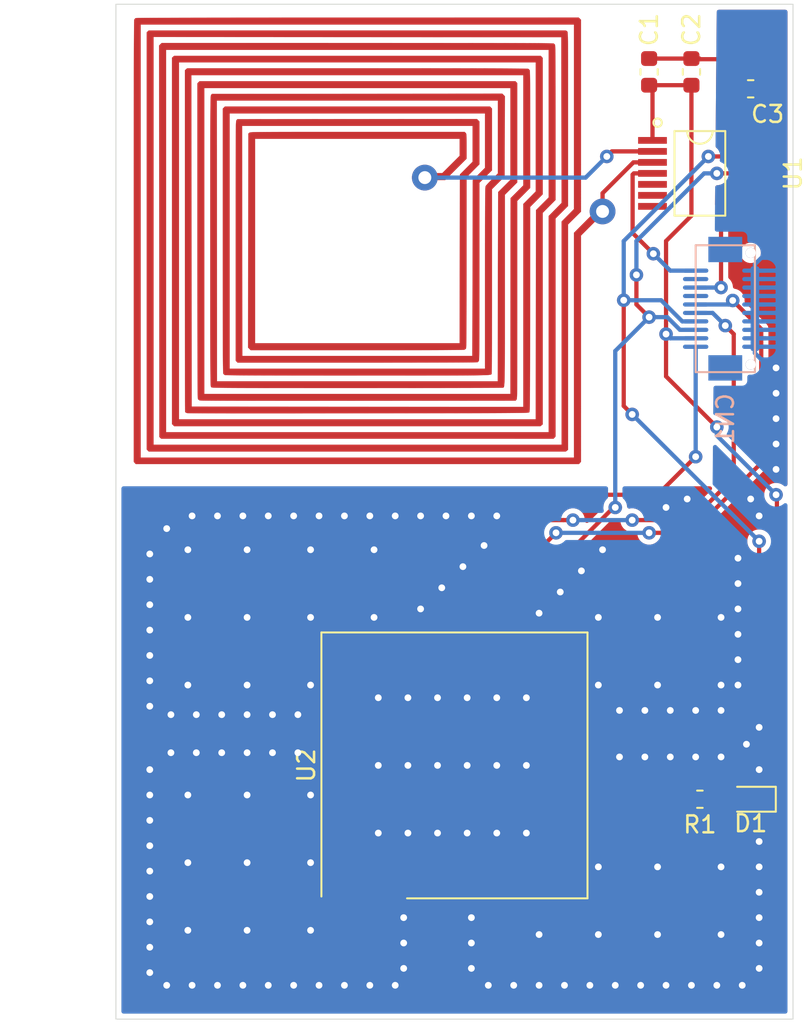
<source format=kicad_pcb>
(kicad_pcb (version 20171130) (host pcbnew "(5.1.5)-3")

  (general
    (thickness 1.6)
    (drawings 4)
    (tracks 313)
    (zones 0)
    (modules 9)
    (nets 26)
  )

  (page A4)
  (layers
    (0 F.Cu signal)
    (31 B.Cu signal)
    (32 B.Adhes user)
    (33 F.Adhes user)
    (34 B.Paste user)
    (35 F.Paste user)
    (36 B.SilkS user)
    (37 F.SilkS user)
    (38 B.Mask user)
    (39 F.Mask user)
    (40 Dwgs.User user)
    (41 Cmts.User user)
    (42 Eco1.User user)
    (43 Eco2.User user)
    (44 Edge.Cuts user)
    (45 Margin user)
    (46 B.CrtYd user)
    (47 F.CrtYd user)
    (48 B.Fab user)
    (49 F.Fab user)
  )

  (setup
    (last_trace_width 0.25)
    (trace_clearance 0.2)
    (zone_clearance 0.3)
    (zone_45_only no)
    (trace_min 0.2)
    (via_size 0.8)
    (via_drill 0.4)
    (via_min_size 0.4)
    (via_min_drill 0.3)
    (uvia_size 0.3)
    (uvia_drill 0.1)
    (uvias_allowed no)
    (uvia_min_size 0.2)
    (uvia_min_drill 0.1)
    (edge_width 0.05)
    (segment_width 0.2)
    (pcb_text_width 0.3)
    (pcb_text_size 1.5 1.5)
    (mod_edge_width 0.12)
    (mod_text_size 1 1)
    (mod_text_width 0.15)
    (pad_size 0.25 1.5)
    (pad_drill 0)
    (pad_to_mask_clearance 0.051)
    (solder_mask_min_width 0.25)
    (aux_axis_origin 0 0)
    (visible_elements 7FFFFFFF)
    (pcbplotparams
      (layerselection 0x010fc_ffffffff)
      (usegerberextensions false)
      (usegerberattributes false)
      (usegerberadvancedattributes false)
      (creategerberjobfile false)
      (excludeedgelayer true)
      (linewidth 0.100000)
      (plotframeref false)
      (viasonmask false)
      (mode 1)
      (useauxorigin false)
      (hpglpennumber 1)
      (hpglpenspeed 20)
      (hpglpendiameter 15.000000)
      (psnegative false)
      (psa4output false)
      (plotreference true)
      (plotvalue true)
      (plotinvisibletext false)
      (padsonsilk false)
      (subtractmaskfromsilk false)
      (outputformat 1)
      (mirror false)
      (drillshape 1)
      (scaleselection 1)
      (outputdirectory ""))
  )

  (net 0 "")
  (net 1 +3V3)
  (net 2 "Net-(R1-Pad1)")
  (net 3 "Net-(U2-Pad8)")
  (net 4 SDA)
  (net 5 SCL)
  (net 6 GTX)
  (net 7 GRX)
  (net 8 "Net-(U2-Pad18)")
  (net 9 "Net-(U2-Pad19)")
  (net 10 "Net-(AE1-Pad1)")
  (net 11 "Net-(AE1-Pad2)")
  (net 12 GND)
  (net 13 "Net-(C3-Pad2)")
  (net 14 GRST)
  (net 15 NINT)
  (net 16 "Net-(CN1-Pad9)")
  (net 17 NRST)
  (net 18 "Net-(CN1-Pad21)")
  (net 19 "Net-(CN1-Pad22)")
  (net 20 "Net-(D1-Pad2)")
  (net 21 "Net-(U1-Pad5)")
  (net 22 "Net-(U1-Pad6)")
  (net 23 "Net-(U1-Pad7)")
  (net 24 "Net-(U1-Pad13)")
  (net 25 "Net-(CN1-Pad1)")

  (net_class Default "This is the default net class."
    (clearance 0.2)
    (trace_width 0.25)
    (via_dia 0.8)
    (via_drill 0.4)
    (uvia_dia 0.3)
    (uvia_drill 0.1)
    (add_net +3V3)
    (add_net GND)
    (add_net GRST)
    (add_net GRX)
    (add_net GTX)
    (add_net NINT)
    (add_net NRST)
    (add_net "Net-(AE1-Pad1)")
    (add_net "Net-(AE1-Pad2)")
    (add_net "Net-(C3-Pad2)")
    (add_net "Net-(CN1-Pad1)")
    (add_net "Net-(CN1-Pad21)")
    (add_net "Net-(CN1-Pad22)")
    (add_net "Net-(CN1-Pad9)")
    (add_net "Net-(D1-Pad2)")
    (add_net "Net-(R1-Pad1)")
    (add_net "Net-(U1-Pad13)")
    (add_net "Net-(U1-Pad5)")
    (add_net "Net-(U1-Pad6)")
    (add_net "Net-(U1-Pad7)")
    (add_net "Net-(U2-Pad18)")
    (add_net "Net-(U2-Pad19)")
    (add_net "Net-(U2-Pad8)")
    (add_net SCL)
    (add_net SDA)
  )

  (module NFC-GPS_footprints:RF430CL330H (layer F.Cu) (tedit 5E8BAA55) (tstamp 5E8B9FD6)
    (at 54.5 30 270)
    (path /5E8906CA)
    (fp_text reference U1 (at 0 -5.5 270) (layer F.SilkS)
      (effects (font (size 1 1) (thickness 0.15)))
    )
    (fp_text value RF430CL330H (at 0 5.25 270) (layer F.Fab)
      (effects (font (size 1 1) (thickness 0.15)))
    )
    (fp_line (start 2.5 -1.5) (end -2.5 -1.5) (layer F.SilkS) (width 0.12))
    (fp_line (start 2.5 1.5) (end 2.5 -1.5) (layer F.SilkS) (width 0.12))
    (fp_line (start -2.5 1.5) (end 2.5 1.5) (layer F.SilkS) (width 0.12))
    (fp_line (start -2.5 -1.5) (end -2.5 1.5) (layer F.SilkS) (width 0.12))
    (fp_circle (center -3 2.5) (end -3 2.75) (layer F.SilkS) (width 0.12))
    (fp_arc (start -2.5 0) (end -2.5 0.75) (angle -180) (layer F.SilkS) (width 0.12))
    (pad 14 smd rect (at -1.95 -2.8) (size 1.7 0.4) (layers F.Cu F.Paste F.Mask)
      (net 13 "Net-(C3-Pad2)"))
    (pad 13 smd rect (at -1.3 -2.8) (size 1.7 0.4) (layers F.Cu F.Paste F.Mask)
      (net 24 "Net-(U1-Pad13)"))
    (pad 12 smd rect (at -0.65 -2.8) (size 1.7 0.4) (layers F.Cu F.Paste F.Mask)
      (net 4 SDA))
    (pad 11 smd rect (at 0 -2.8) (size 1.7 0.4) (layers F.Cu F.Paste F.Mask)
      (net 5 SCL))
    (pad 10 smd rect (at 0.65 -2.8) (size 1.7 0.4) (layers F.Cu F.Paste F.Mask)
      (net 12 GND) (zone_connect 2))
    (pad 9 smd rect (at 1.3 -2.8) (size 1.7 0.4) (layers F.Cu F.Paste F.Mask)
      (net 12 GND) (zone_connect 2))
    (pad 8 smd rect (at 1.95 -2.8) (size 1.7 0.4) (layers F.Cu F.Paste F.Mask)
      (net 15 NINT))
    (pad 7 smd rect (at 1.95 2.8) (size 1.7 0.4) (layers F.Cu F.Paste F.Mask)
      (net 23 "Net-(U1-Pad7)"))
    (pad 6 smd rect (at 1.3 2.8) (size 1.7 0.4) (layers F.Cu F.Paste F.Mask)
      (net 22 "Net-(U1-Pad6)"))
    (pad 5 smd rect (at 0.65 2.8) (size 1.7 0.4) (layers F.Cu F.Paste F.Mask)
      (net 21 "Net-(U1-Pad5)"))
    (pad 4 smd rect (at 0 2.8) (size 1.7 0.4) (layers F.Cu F.Paste F.Mask)
      (net 17 NRST))
    (pad 3 smd rect (at -0.65 2.8) (size 1.7 0.4) (layers F.Cu F.Paste F.Mask)
      (net 10 "Net-(AE1-Pad1)"))
    (pad 2 smd rect (at -1.3 2.8) (size 1.7 0.4) (layers F.Cu F.Paste F.Mask)
      (net 11 "Net-(AE1-Pad2)"))
    (pad 1 smd rect (at -1.95 2.8) (size 1.7 0.4) (layers F.Cu F.Paste F.Mask)
      (net 1 +3V3))
  )

  (module RF_GPS:ublox_SAM-M8Q (layer F.Cu) (tedit 5C292C10) (tstamp 5E8B83F7)
    (at 40 65 90)
    (descr "GPS Module, 15.5x15.5x6.3mm, https://www.u-blox.com/sites/default/files/SAM-M8Q_HardwareIntegrationManual_%28UBX-16018358%29.pdf")
    (tags "ublox SAM-M8Q")
    (path /5E88E491)
    (solder_mask_margin 0.000001)
    (attr smd)
    (fp_text reference U2 (at 0 -8.75 90) (layer F.SilkS)
      (effects (font (size 1 1) (thickness 0.15)))
    )
    (fp_text value ublox_SAM-M8Q (at 0 8.75 90) (layer F.Fab)
      (effects (font (size 1 1) (thickness 0.15)))
    )
    (fp_text user %R (at 0 -26 90) (layer F.Fab)
      (effects (font (size 1 1) (thickness 0.15)))
    )
    (fp_line (start -7.86 -2.8) (end -7.86 7.86) (layer F.SilkS) (width 0.12))
    (fp_line (start -7.86 7.86) (end 7.86 7.86) (layer F.SilkS) (width 0.12))
    (fp_line (start 7.86 -7.86) (end 7.86 7.86) (layer F.SilkS) (width 0.12))
    (fp_line (start -7.75 -7.86) (end 7.86 -7.86) (layer F.SilkS) (width 0.12))
    (fp_line (start 8 -8) (end -8 -8) (layer F.CrtYd) (width 0.05))
    (fp_line (start 8 8) (end 8 -8) (layer F.CrtYd) (width 0.05))
    (fp_line (start -8 8) (end 8 8) (layer F.CrtYd) (width 0.05))
    (fp_line (start -8 -8) (end -8 8) (layer F.CrtYd) (width 0.05))
    (fp_line (start 4.5 -5.5) (end -4.5 -5.5) (layer F.Fab) (width 0.1))
    (fp_line (start 5.5 4.5) (end 5.5 -4.5) (layer F.Fab) (width 0.1))
    (fp_line (start -4.5 5.5) (end 4.5 5.5) (layer F.Fab) (width 0.1))
    (fp_line (start -5.5 -4.5) (end -5.5 4.5) (layer F.Fab) (width 0.1))
    (fp_arc (start -4.5 -4.5) (end -5.5 -4.5) (angle 90) (layer F.Fab) (width 0.1))
    (fp_arc (start 4.5 -4.5) (end 4.5 -5.5) (angle 90) (layer F.Fab) (width 0.1))
    (fp_arc (start 4.5 4.5) (end 5.5 4.5) (angle 90) (layer F.Fab) (width 0.1))
    (fp_arc (start -4.5 4.5) (end -4.5 5.5) (angle 90) (layer F.Fab) (width 0.1))
    (fp_line (start -7.75 7.75) (end 7.75 7.75) (layer F.Fab) (width 0.1))
    (fp_line (start -7.75 -7.75) (end -7.75 7.75) (layer F.Fab) (width 0.1))
    (fp_line (start 7.75 -7.75) (end -7.75 -7.75) (layer F.Fab) (width 0.1))
    (fp_line (start 7.75 7.75) (end 7.75 -7.75) (layer F.Fab) (width 0.1))
    (fp_line (start -6 -3.8) (end -7.75 -3.1) (layer F.Fab) (width 0.1))
    (fp_line (start -6 -3.8) (end -7.75 -4.5) (layer F.Fab) (width 0.1))
    (pad "" smd rect (at 7.1 4.225 90) (size 0.72 0.58) (layers F.Paste))
    (pad "" smd rect (at 6.1 4.225 90) (size 0.72 0.58) (layers F.Paste))
    (pad "" smd rect (at 7.1 3.375 90) (size 0.72 0.58) (layers F.Paste))
    (pad "" smd rect (at 6.1 3.375 90) (size 0.72 0.58) (layers F.Paste))
    (pad "" smd rect (at 7.1 2.325 90) (size 0.72 0.58) (layers F.Paste))
    (pad "" smd rect (at 6.1 2.325 90) (size 0.72 0.58) (layers F.Paste))
    (pad "" smd rect (at 7.1 1.475 90) (size 0.72 0.58) (layers F.Paste))
    (pad "" smd rect (at 6.1 1.475 90) (size 0.72 0.58) (layers F.Paste))
    (pad "" smd rect (at 7.1 0.425 90) (size 0.72 0.58) (layers F.Paste))
    (pad "" smd rect (at 6.1 0.425 90) (size 0.72 0.58) (layers F.Paste))
    (pad "" smd rect (at 7.1 -0.425 90) (size 0.72 0.58) (layers F.Paste))
    (pad "" smd rect (at 6.1 -0.425 90) (size 0.72 0.58) (layers F.Paste))
    (pad "" smd rect (at 7.1 -1.475 90) (size 0.72 0.58) (layers F.Paste))
    (pad "" smd rect (at 6.1 -1.475 90) (size 0.72 0.58) (layers F.Paste))
    (pad "" smd rect (at 7.1 -2.325 90) (size 0.72 0.58) (layers F.Paste))
    (pad "" smd rect (at 6.1 -2.325 90) (size 0.72 0.58) (layers F.Paste))
    (pad "" smd rect (at 7.1 -3.375 90) (size 0.72 0.58) (layers F.Paste))
    (pad "" smd rect (at 6.1 -3.375 90) (size 0.72 0.58) (layers F.Paste))
    (pad "" smd rect (at 7.1 -4.225 90) (size 0.72 0.58) (layers F.Paste))
    (pad "" smd rect (at 6.1 -4.225 90) (size 0.72 0.58) (layers F.Paste))
    (pad "" smd rect (at -6.1 4.225 90) (size 0.72 0.58) (layers F.Paste))
    (pad "" smd rect (at -7.1 4.225 90) (size 0.72 0.58) (layers F.Paste))
    (pad "" smd rect (at -6.1 3.375 90) (size 0.72 0.58) (layers F.Paste))
    (pad "" smd rect (at -7.1 3.375 90) (size 0.72 0.58) (layers F.Paste))
    (pad "" smd rect (at -6.1 2.325 90) (size 0.72 0.58) (layers F.Paste))
    (pad "" smd rect (at -7.1 2.325 90) (size 0.72 0.58) (layers F.Paste))
    (pad "" smd rect (at -6.1 1.475 90) (size 0.72 0.58) (layers F.Paste))
    (pad "" smd rect (at -7.1 1.475 90) (size 0.72 0.58) (layers F.Paste))
    (pad "" smd rect (at -6.1 0.425 90) (size 0.72 0.58) (layers F.Paste))
    (pad "" smd rect (at -7.1 0.425 90) (size 0.72 0.58) (layers F.Paste))
    (pad "" smd rect (at -6.1 -0.425 90) (size 0.72 0.58) (layers F.Paste))
    (pad "" smd rect (at -7.1 -0.425 90) (size 0.72 0.58) (layers F.Paste))
    (pad "" smd rect (at -6.1 -1.475 90) (size 0.72 0.58) (layers F.Paste))
    (pad "" smd rect (at -7.1 -1.475 90) (size 0.72 0.58) (layers F.Paste))
    (pad "" smd rect (at -6.1 -2.325 90) (size 0.72 0.58) (layers F.Paste))
    (pad "" smd rect (at -7.1 -2.325 90) (size 0.72 0.58) (layers F.Paste))
    (pad "" smd rect (at -6.1 -3.375 90) (size 0.72 0.58) (layers F.Paste))
    (pad "" smd rect (at -6.1 -4.225 90) (size 0.72 0.58) (layers F.Paste))
    (pad "" smd rect (at -7.1 -3.375 90) (size 0.72 0.58) (layers F.Paste))
    (pad "" smd rect (at -7.1 -4.225 90) (size 0.72 0.58) (layers F.Paste))
    (pad "" smd rect (at 4.225 -7.1 90) (size 0.58 0.72) (layers F.Paste))
    (pad "" smd rect (at 3.375 -7.1 90) (size 0.58 0.72) (layers F.Paste))
    (pad "" smd rect (at 4.225 -6.1 90) (size 0.58 0.72) (layers F.Paste))
    (pad "" smd rect (at 3.375 -6.1 90) (size 0.58 0.72) (layers F.Paste))
    (pad "" smd rect (at 2.325 -7.1 90) (size 0.58 0.72) (layers F.Paste))
    (pad "" smd rect (at 1.475 -7.1 90) (size 0.58 0.72) (layers F.Paste))
    (pad "" smd rect (at 2.325 -6.1 90) (size 0.58 0.72) (layers F.Paste))
    (pad "" smd rect (at 1.475 -6.1 90) (size 0.58 0.72) (layers F.Paste))
    (pad "" smd rect (at 0.425 -7.1 90) (size 0.58 0.72) (layers F.Paste))
    (pad "" smd rect (at -0.425 -7.1 90) (size 0.58 0.72) (layers F.Paste))
    (pad "" smd rect (at 0.425 -6.1 90) (size 0.58 0.72) (layers F.Paste))
    (pad "" smd rect (at -0.425 -6.1 90) (size 0.58 0.72) (layers F.Paste))
    (pad "" smd rect (at -3.375 -7.1 90) (size 0.58 0.72) (layers F.Paste))
    (pad "" smd rect (at -2.325 -7.1 90) (size 0.58 0.72) (layers F.Paste))
    (pad "" smd rect (at -3.375 -6.1 90) (size 0.58 0.72) (layers F.Paste))
    (pad "" smd rect (at -2.325 -6.1 90) (size 0.58 0.72) (layers F.Paste))
    (pad "" smd rect (at -1.475 -7.1 90) (size 0.58 0.72) (layers F.Paste))
    (pad "" smd rect (at -4.225 -7.1 90) (size 0.58 0.72) (layers F.Paste))
    (pad "" smd rect (at -1.475 -6.1 90) (size 0.58 0.72) (layers F.Paste))
    (pad "" smd rect (at -4.225 -6.1 90) (size 0.58 0.72) (layers F.Paste))
    (pad "" smd rect (at 4.225 7.1 90) (size 0.58 0.72) (layers F.Paste))
    (pad "" smd rect (at 3.375 7.1 90) (size 0.58 0.72) (layers F.Paste))
    (pad "" smd rect (at 4.225 6.1 90) (size 0.58 0.72) (layers F.Paste))
    (pad "" smd rect (at 3.375 6.1 90) (size 0.58 0.72) (layers F.Paste))
    (pad "" smd rect (at 1.475 7.1 90) (size 0.58 0.72) (layers F.Paste))
    (pad "" smd rect (at 2.325 7.1 90) (size 0.58 0.72) (layers F.Paste))
    (pad "" smd rect (at 1.475 6.1 90) (size 0.58 0.72) (layers F.Paste))
    (pad "" smd rect (at 2.325 6.1 90) (size 0.58 0.72) (layers F.Paste))
    (pad "" smd rect (at 0.425 7.1 90) (size 0.58 0.72) (layers F.Paste))
    (pad "" smd rect (at -0.425 7.1 90) (size 0.58 0.72) (layers F.Paste))
    (pad "" smd rect (at 0.425 6.1 90) (size 0.58 0.72) (layers F.Paste))
    (pad "" smd rect (at -0.425 6.1 90) (size 0.58 0.72) (layers F.Paste))
    (pad "" smd rect (at -1.475 7.1 90) (size 0.58 0.72) (layers F.Paste))
    (pad "" smd rect (at -2.325 7.1 90) (size 0.58 0.72) (layers F.Paste))
    (pad "" smd rect (at -1.475 6.1 90) (size 0.58 0.72) (layers F.Paste))
    (pad "" smd rect (at -2.325 6.1 90) (size 0.58 0.72) (layers F.Paste))
    (pad "" smd rect (at -3.375 7.1 90) (size 0.58 0.72) (layers F.Paste))
    (pad "" smd rect (at -4.225 7.1 90) (size 0.58 0.72) (layers F.Paste))
    (pad "" smd rect (at -3.375 6.1 90) (size 0.58 0.72) (layers F.Paste))
    (pad "" smd rect (at -4.225 6.1 90) (size 0.58 0.72) (layers F.Paste))
    (pad 1 smd rect (at -6.6 -3.8 90) (size 1.8 1.5) (layers F.Cu F.Mask)
      (net 12 GND))
    (pad 2 smd rect (at -6.6 -1.9 90) (size 1.8 1.5) (layers F.Cu F.Mask)
      (net 25 "Net-(CN1-Pad1)"))
    (pad 3 smd rect (at -6.6 0 90) (size 1.8 1.5) (layers F.Cu F.Mask)
      (net 1 +3V3))
    (pad 4 smd rect (at -6.6 1.9 90) (size 1.8 1.5) (layers F.Cu F.Mask)
      (net 12 GND))
    (pad 5 smd rect (at -6.6 3.8 90) (size 1.8 1.5) (layers F.Cu F.Mask)
      (net 12 GND))
    (pad 6 smd rect (at -3.8 6.6 90) (size 1.5 1.8) (layers F.Cu F.Mask)
      (net 12 GND))
    (pad 7 smd rect (at -1.9 6.6 90) (size 1.5 1.8) (layers F.Cu F.Mask)
      (net 2 "Net-(R1-Pad1)"))
    (pad 8 smd rect (at 0 6.6 90) (size 1.5 1.8) (layers F.Cu F.Mask)
      (net 3 "Net-(U2-Pad8)"))
    (pad 9 smd rect (at 1.9 6.6 90) (size 1.5 1.8) (layers F.Cu F.Mask)
      (net 4 SDA))
    (pad 10 smd rect (at 3.8 6.6 90) (size 1.5 1.8) (layers F.Cu F.Mask)
      (net 12 GND))
    (pad 11 smd rect (at 6.6 3.8 90) (size 1.8 1.5) (layers F.Cu F.Mask)
      (net 12 GND))
    (pad 12 smd rect (at 6.6 1.9 90) (size 1.8 1.5) (layers F.Cu F.Mask)
      (net 5 SCL))
    (pad 13 smd rect (at 6.6 0 90) (size 1.8 1.5) (layers F.Cu F.Mask)
      (net 6 GTX))
    (pad 14 smd rect (at 6.6 -1.9 90) (size 1.8 1.5) (layers F.Cu F.Mask)
      (net 7 GRX))
    (pad 15 smd rect (at 6.6 -3.8 90) (size 1.8 1.5) (layers F.Cu F.Mask)
      (net 12 GND))
    (pad 16 smd rect (at 3.8 -6.6 90) (size 1.5 1.8) (layers F.Cu F.Mask)
      (net 12 GND))
    (pad 17 smd rect (at 1.9 -6.6 90) (size 1.5 1.8) (layers F.Cu F.Mask)
      (net 25 "Net-(CN1-Pad1)"))
    (pad 18 smd rect (at 0 -6.6 90) (size 1.5 1.8) (layers F.Cu F.Mask)
      (net 8 "Net-(U2-Pad18)"))
    (pad 19 smd rect (at -1.9 -6.6 90) (size 1.5 1.8) (layers F.Cu F.Mask)
      (net 9 "Net-(U2-Pad19)"))
    (pad 20 smd rect (at -3.8 -6.6 90) (size 1.5 1.8) (layers F.Cu F.Mask)
      (net 12 GND))
    (model ${KISYS3DMOD}/RF_GPS.3dshapes/ublox_SAM-M8Q.wrl
      (at (xyz 0 0 0))
      (scale (xyz 1 1 1))
      (rotate (xyz 0 0 0))
    )
  )

  (module NFC-GPS_footprints:NfcAntenna26mmx26mm (layer F.Cu) (tedit 5E88DC14) (tstamp 5E8B9F47)
    (at 35 34 180)
    (path /5E895848)
    (fp_text reference AE1 (at 0 -16.25) (layer F.SilkS) hide
      (effects (font (size 1.524 1.524) (thickness 0.3)))
    )
    (fp_text value NfcAntenna26mmx26mm (at 0.25 17.25) (layer F.SilkS) hide
      (effects (font (size 1.524 1.524) (thickness 0.3)))
    )
    (fp_poly (pts (xy 13.9446 -13.052768) (xy 13.9446 -0.009614) (xy 13.944572 1.019163) (xy 13.944487 1.998096)
      (xy 13.944344 2.928142) (xy 13.944139 3.810257) (xy 13.943871 4.645399) (xy 13.943537 5.434522)
      (xy 13.943135 6.178584) (xy 13.942664 6.878541) (xy 13.942121 7.53535) (xy 13.941504 8.149966)
      (xy 13.94081 8.723347) (xy 13.940038 9.256448) (xy 13.939186 9.750227) (xy 13.93825 10.20564)
      (xy 13.93723 10.623642) (xy 13.936122 11.005191) (xy 13.934926 11.351243) (xy 13.933637 11.662754)
      (xy 13.932256 11.940681) (xy 13.930778 12.185981) (xy 13.929203 12.399609) (xy 13.927528 12.582522)
      (xy 13.925751 12.735676) (xy 13.923869 12.860029) (xy 13.92188 12.956536) (xy 13.919783 13.026153)
      (xy 13.917576 13.069838) (xy 13.915255 13.088547) (xy 13.915051 13.089019) (xy 13.874912 13.146192)
      (xy 13.845201 13.175442) (xy 13.832149 13.177842) (xy 13.798693 13.180126) (xy 13.743768 13.182297)
      (xy 13.666309 13.184355) (xy 13.565251 13.186305) (xy 13.43953 13.188149) (xy 13.288081 13.189889)
      (xy 13.109839 13.191527) (xy 12.903739 13.193068) (xy 12.668718 13.194512) (xy 12.40371 13.195863)
      (xy 12.10765 13.197123) (xy 11.779475 13.198295) (xy 11.418118 13.199381) (xy 11.022517 13.200384)
      (xy 10.591605 13.201307) (xy 10.124318 13.202152) (xy 9.619592 13.202921) (xy 9.076362 13.203618)
      (xy 8.493563 13.204244) (xy 7.870131 13.204803) (xy 7.205 13.205297) (xy 6.497107 13.205728)
      (xy 5.745386 13.2061) (xy 4.948773 13.206414) (xy 4.106204 13.206674) (xy 3.216613 13.206881)
      (xy 2.278935 13.207039) (xy 1.292107 13.20715) (xy 0.729095 13.207192) (xy -12.34671 13.208)
      (xy -12.409055 13.145654) (xy -12.4714 13.083309) (xy -12.4714 7.407965) (xy -12.471401 1.732622)
      (xy -12.090382 1.355261) (xy -11.709364 0.9779) (xy -11.709382 -5.681407) (xy -11.709401 -12.340713)
      (xy -11.642475 -12.393357) (xy -11.57555 -12.446) (xy 13.057909 -12.446) (xy 13.120254 -12.383655)
      (xy 13.1826 -12.32131) (xy 13.1826 12.335544) (xy 13.12373 12.39085) (xy 13.06486 12.446155)
      (xy 0.77298 12.446117) (xy -0.015016 12.446114) (xy -0.790345 12.446112) (xy -1.551453 12.446109)
      (xy -2.296787 12.446106) (xy -3.024794 12.446103) (xy -3.73392 12.4461) (xy -4.422612 12.446097)
      (xy -5.089317 12.446094) (xy -5.732482 12.44609) (xy -6.350553 12.446087) (xy -6.941977 12.446084)
      (xy -7.505201 12.446081) (xy -8.038672 12.446077) (xy -8.540835 12.446074) (xy -9.010138 12.446071)
      (xy -9.445028 12.446067) (xy -9.843952 12.446064) (xy -10.205355 12.446061) (xy -10.527685 12.446058)
      (xy -10.809388 12.446055) (xy -11.048912 12.446052) (xy -11.244703 12.446049) (xy -11.395207 12.446046)
      (xy -11.498871 12.446043) (xy -11.554143 12.44604) (xy -11.56335 12.446039) (xy -11.613512 12.428982)
      (xy -11.6586 12.3952) (xy -11.66454 12.388747) (xy -11.669997 12.380374) (xy -11.674993 12.367999)
      (xy -11.679548 12.349539) (xy -11.683682 12.322911) (xy -11.687415 12.286032) (xy -11.690769 12.23682)
      (xy -11.693763 12.173192) (xy -11.696417 12.093064) (xy -11.698753 11.994356) (xy -11.700791 11.874983)
      (xy -11.70255 11.732863) (xy -11.704052 11.565913) (xy -11.705316 11.372051) (xy -11.706364 11.149193)
      (xy -11.707215 10.895258) (xy -11.707891 10.608162) (xy -11.70841 10.285823) (xy -11.708794 9.926157)
      (xy -11.709064 9.527083) (xy -11.709238 9.086517) (xy -11.709339 8.602377) (xy -11.709386 8.07258)
      (xy -11.7094 7.495043) (xy -11.7094 2.069442) (xy -11.3411 1.7018) (xy -10.9728 1.334157)
      (xy -10.9728 -5.110006) (xy -10.972801 -11.554168) (xy -10.91565 -11.619617) (xy -10.8585 -11.685066)
      (xy 0.735783 -11.684644) (xy 12.330067 -11.684222) (xy 12.381683 -11.632606) (xy 12.4333 -11.58099)
      (xy 12.439732 -0.010124) (xy 12.446165 11.560742) (xy 12.297507 11.7094) (xy 0.732203 11.708592)
      (xy -0.220458 11.708498) (xy -1.12345 11.708353) (xy -1.977905 11.708153) (xy -2.784955 11.707895)
      (xy -3.545729 11.707576) (xy -4.26136 11.707192) (xy -4.932978 11.706741) (xy -5.561716 11.70622)
      (xy -6.148704 11.705625) (xy -6.695073 11.704953) (xy -7.201956 11.704202) (xy -7.670483 11.703368)
      (xy -8.101786 11.702448) (xy -8.496995 11.701439) (xy -8.857243 11.700338) (xy -9.18366 11.699141)
      (xy -9.477377 11.697847) (xy -9.739527 11.69645) (xy -9.97124 11.69495) (xy -10.173648 11.693342)
      (xy -10.347882 11.691623) (xy -10.495073 11.68979) (xy -10.616352 11.68784) (xy -10.712852 11.685771)
      (xy -10.785702 11.683578) (xy -10.836035 11.68126) (xy -10.864981 11.678812) (xy -10.873402 11.676842)
      (xy -10.917808 11.62941) (xy -10.943252 11.590419) (xy -10.947156 11.570007) (xy -10.950738 11.522995)
      (xy -10.954009 11.447805) (xy -10.956979 11.342858) (xy -10.959657 11.206577) (xy -10.962054 11.037383)
      (xy -10.964181 10.833698) (xy -10.966046 10.593943) (xy -10.967661 10.31654) (xy -10.969035 9.99991)
      (xy -10.970178 9.642477) (xy -10.971101 9.24266) (xy -10.971814 8.798882) (xy -10.972326 8.309565)
      (xy -10.972649 7.77313) (xy -10.972791 7.187999) (xy -10.9728 6.982167) (xy -10.9728 2.429394)
      (xy -10.2108 1.66165) (xy -10.210801 -4.590232) (xy -10.210801 -10.842113) (xy -10.143875 -10.894757)
      (xy -10.07695 -10.9474) (xy 11.559309 -10.9474) (xy 11.621654 -10.885055) (xy 11.684 -10.82271)
      (xy 11.684 10.836944) (xy 11.625212 10.892172) (xy 11.566425 10.9474) (xy -10.100345 10.9474)
      (xy -10.155573 10.888612) (xy -10.2108 10.829825) (xy -10.2108 2.759711) (xy -9.842657 2.388608)
      (xy -9.474514 2.017504) (xy -9.468007 -4.032242) (xy -9.467291 -4.687059) (xy -9.466594 -5.292984)
      (xy -9.465899 -5.851927) (xy -9.46519 -6.365795) (xy -9.464452 -6.836497) (xy -9.463668 -7.265941)
      (xy -9.462822 -7.656037) (xy -9.461897 -8.008692) (xy -9.460877 -8.325815) (xy -9.459746 -8.609314)
      (xy -9.458488 -8.861099) (xy -9.457087 -9.083077) (xy -9.455526 -9.277157) (xy -9.453789 -9.445247)
      (xy -9.45186 -9.589256) (xy -9.449722 -9.711093) (xy -9.44736 -9.812666) (xy -9.444757 -9.895884)
      (xy -9.441896 -9.962654) (xy -9.438763 -10.014886) (xy -9.435339 -10.054488) (xy -9.43161 -10.083368)
      (xy -9.427559 -10.103435) (xy -9.423169 -10.116598) (xy -9.418425 -10.124765) (xy -9.416144 -10.127344)
      (xy -9.410823 -10.131186) (xy -9.401783 -10.134811) (xy -9.387549 -10.138226) (xy -9.366643 -10.141441)
      (xy -9.337589 -10.144463) (xy -9.298912 -10.147302) (xy -9.249133 -10.149966) (xy -9.186778 -10.152462)
      (xy -9.110369 -10.154801) (xy -9.018429 -10.15699) (xy -8.909484 -10.159037) (xy -8.782056 -10.160952)
      (xy -8.634668 -10.162742) (xy -8.465845 -10.164417) (xy -8.274109 -10.165984) (xy -8.057985 -10.167453)
      (xy -7.815996 -10.168831) (xy -7.546666 -10.170127) (xy -7.248518 -10.17135) (xy -6.920075 -10.172508)
      (xy -6.559862 -10.17361) (xy -6.166401 -10.174664) (xy -5.738217 -10.175678) (xy -5.273833 -10.176662)
      (xy -4.771772 -10.177623) (xy -4.230559 -10.17857) (xy -3.648716 -10.179512) (xy -3.024767 -10.180457)
      (xy -2.357237 -10.181413) (xy -1.644647 -10.18239) (xy -0.885523 -10.183395) (xy -0.078386 -10.184437)
      (xy 0.680356 -10.1854) (xy 1.585808 -10.186507) (xy 2.44151 -10.187472) (xy 3.248515 -10.188295)
      (xy 4.007874 -10.188974) (xy 4.720638 -10.189507) (xy 5.387857 -10.189893) (xy 6.010583 -10.19013)
      (xy 6.589868 -10.190215) (xy 7.126761 -10.190148) (xy 7.622315 -10.189926) (xy 8.077581 -10.189549)
      (xy 8.493609 -10.189014) (xy 8.871451 -10.188319) (xy 9.212158 -10.187463) (xy 9.516781 -10.186444)
      (xy 9.786371 -10.185261) (xy 10.02198 -10.183911) (xy 10.224657 -10.182393) (xy 10.395456 -10.180706)
      (xy 10.535426 -10.178847) (xy 10.645619 -10.176815) (xy 10.727086 -10.174608) (xy 10.780878 -10.172225)
      (xy 10.808046 -10.169663) (xy 10.810949 -10.168942) (xy 10.870416 -10.141481) (xy 10.905742 -10.114865)
      (xy 10.906512 -10.11371) (xy 10.907651 -10.086738) (xy 10.90877 -10.010677) (xy 10.909865 -9.88724)
      (xy 10.910934 -9.718138) (xy 10.911974 -9.505084) (xy 10.912982 -9.24979) (xy 10.913957 -8.953966)
      (xy 10.914894 -8.619326) (xy 10.915792 -8.247581) (xy 10.916647 -7.840443) (xy 10.917457 -7.399624)
      (xy 10.918219 -6.926836) (xy 10.91893 -6.42379) (xy 10.919588 -5.892198) (xy 10.92019 -5.333773)
      (xy 10.920733 -4.750226) (xy 10.921215 -4.143269) (xy 10.921632 -3.514614) (xy 10.921982 -2.865974)
      (xy 10.922262 -2.199058) (xy 10.92247 -1.515581) (xy 10.922603 -0.817253) (xy 10.922657 -0.105786)
      (xy 10.922659 0.004431) (xy 10.922691 10.0965) (xy 10.792167 10.2108) (xy 0.749078 10.2108)
      (xy -0.170913 10.210756) (xy -1.040991 10.210625) (xy -1.862045 10.210402) (xy -2.63496 10.210087)
      (xy -3.360624 10.209676) (xy -4.039926 10.209167) (xy -4.673751 10.208557) (xy -5.262987 10.207844)
      (xy -5.808523 10.207026) (xy -6.311244 10.206099) (xy -6.772038 10.205062) (xy -7.191793 10.203912)
      (xy -7.571396 10.202647) (xy -7.911734 10.201263) (xy -8.213694 10.199759) (xy -8.478165 10.198133)
      (xy -8.706032 10.196381) (xy -8.898184 10.194501) (xy -9.055508 10.19249) (xy -9.178891 10.190347)
      (xy -9.26922 10.188069) (xy -9.327383 10.185653) (xy -9.354268 10.183097) (xy -9.355904 10.182599)
      (xy -9.414815 10.137297) (xy -9.446 10.092503) (xy -9.450382 10.065925) (xy -9.454355 10.005419)
      (xy -9.457929 9.909606) (xy -9.461116 9.777104) (xy -9.463926 9.606532) (xy -9.466371 9.396509)
      (xy -9.468462 9.145653) (xy -9.47021 8.852584) (xy -9.471627 8.51592) (xy -9.472722 8.13428)
      (xy -9.473507 7.706283) (xy -9.473995 7.230548) (xy -9.474194 6.705693) (xy -9.4742 6.585602)
      (xy -9.4742 3.140594) (xy -8.7122 2.37285) (xy -8.7122 -3.471662) (xy -8.712193 -4.114179)
      (xy -8.71216 -4.707849) (xy -8.712085 -5.254625) (xy -8.711952 -5.756457) (xy -8.711745 -6.2153)
      (xy -8.711449 -6.633106) (xy -8.711046 -7.011827) (xy -8.710521 -7.353415) (xy -8.709858 -7.659823)
      (xy -8.709041 -7.933004) (xy -8.708054 -8.174911) (xy -8.706881 -8.387495) (xy -8.705505 -8.572709)
      (xy -8.703911 -8.732506) (xy -8.702082 -8.868839) (xy -8.700003 -8.983659) (xy -8.697657 -9.078919)
      (xy -8.695028 -9.156573) (xy -8.692101 -9.218571) (xy -8.68886 -9.266868) (xy -8.685287 -9.303415)
      (xy -8.681368 -9.330165) (xy -8.677085 -9.349071) (xy -8.672424 -9.362084) (xy -8.667367 -9.371158)
      (xy -8.663645 -9.376137) (xy -8.61509 -9.4361) (xy 0.689905 -9.442714) (xy 1.589282 -9.443301)
      (xy 2.438604 -9.443746) (xy 3.238615 -9.444048) (xy 3.990059 -9.444206) (xy 4.693681 -9.444217)
      (xy 5.350224 -9.44408) (xy 5.960434 -9.443793) (xy 6.525055 -9.443354) (xy 7.044831 -9.442763)
      (xy 7.520506 -9.442017) (xy 7.952825 -9.441114) (xy 8.342532 -9.440053) (xy 8.690371 -9.438833)
      (xy 8.997088 -9.437452) (xy 9.263425 -9.435907) (xy 9.490128 -9.434198) (xy 9.677941 -9.432323)
      (xy 9.827608 -9.430279) (xy 9.939874 -9.428066) (xy 10.015483 -9.425682) (xy 10.055179 -9.423125)
      (xy 10.061455 -9.421947) (xy 10.12223 -9.378881) (xy 10.156705 -9.331589) (xy 10.159412 -9.311379)
      (xy 10.161965 -9.262306) (xy 10.164366 -9.183362) (xy 10.16662 -9.073541) (xy 10.168729 -8.931836)
      (xy 10.170695 -8.75724) (xy 10.172523 -8.548747) (xy 10.174215 -8.305349) (xy 10.175774 -8.026041)
      (xy 10.177203 -7.709816) (xy 10.178507 -7.355666) (xy 10.179686 -6.962585) (xy 10.180745 -6.529566)
      (xy 10.181687 -6.055603) (xy 10.182515 -5.539689) (xy 10.183232 -4.980817) (xy 10.183841 -4.37798)
      (xy 10.184344 -3.730172) (xy 10.184746 -3.036386) (xy 10.18505 -2.295615) (xy 10.185257 -1.506853)
      (xy 10.185372 -0.669092) (xy 10.1854 0.027749) (xy 10.1854 9.324109) (xy 10.123054 9.386454)
      (xy 10.060709 9.4488) (xy -8.601745 9.4488) (xy -8.656973 9.390012) (xy -8.7122 9.331225)
      (xy -8.7122 3.466442) (xy -8.3439 3.0988) (xy -7.9756 2.731157) (xy -7.9756 -2.890183)
      (xy -7.975616 -3.526821) (xy -7.975636 -4.114618) (xy -7.975622 -4.655536) (xy -7.975534 -5.151534)
      (xy -7.975334 -5.604573) (xy -7.974981 -6.016612) (xy -7.974438 -6.389612) (xy -7.973665 -6.725533)
      (xy -7.972622 -7.026334) (xy -7.971271 -7.293977) (xy -7.969573 -7.53042) (xy -7.967488 -7.737625)
      (xy -7.964977 -7.917551) (xy -7.962001 -8.072158) (xy -7.958521 -8.203407) (xy -7.954498 -8.313258)
      (xy -7.949892 -8.40367) (xy -7.944665 -8.476605) (xy -7.938777 -8.534021) (xy -7.93219 -8.577879)
      (xy -7.924863 -8.610139) (xy -7.916759 -8.632762) (xy -7.907837 -8.647707) (xy -7.898059 -8.656934)
      (xy -7.887385 -8.662404) (xy -7.875777 -8.666077) (xy -7.863195 -8.669913) (xy -7.860163 -8.671022)
      (xy -7.831893 -8.672232) (xy -7.754686 -8.673417) (xy -7.630405 -8.674575) (xy -7.460914 -8.675701)
      (xy -7.248076 -8.676794) (xy -6.993753 -8.677848) (xy -6.699808 -8.678861) (xy -6.368106 -8.679829)
      (xy -6.000508 -8.680749) (xy -5.598879 -8.681618) (xy -5.165081 -8.682431) (xy -4.700977 -8.683187)
      (xy -4.208431 -8.68388) (xy -3.689305 -8.684509) (xy -3.145463 -8.685068) (xy -2.578768 -8.685556)
      (xy -1.991083 -8.685969) (xy -1.384271 -8.686302) (xy -0.760195 -8.686553) (xy -0.120719 -8.686719)
      (xy 0.532295 -8.686795) (xy 0.751377 -8.6868) (xy 1.534386 -8.686798) (xy 2.2682 -8.686785)
      (xy 2.954428 -8.686753) (xy 3.594673 -8.68669) (xy 4.190544 -8.686588) (xy 4.743645 -8.686438)
      (xy 5.255583 -8.68623) (xy 5.727965 -8.685955) (xy 6.162395 -8.685602) (xy 6.560481 -8.685163)
      (xy 6.923829 -8.684628) (xy 7.254045 -8.683988) (xy 7.552735 -8.683234) (xy 7.821505 -8.682355)
      (xy 8.061961 -8.681342) (xy 8.275709 -8.680186) (xy 8.464357 -8.678878) (xy 8.629509 -8.677407)
      (xy 8.772772 -8.675765) (xy 8.895752 -8.673942) (xy 9.000056 -8.671928) (xy 9.087289 -8.669714)
      (xy 9.159058 -8.667291) (xy 9.216968 -8.664649) (xy 9.262627 -8.661779) (xy 9.29764 -8.658671)
      (xy 9.323613 -8.655316) (xy 9.342153 -8.651704) (xy 9.354865 -8.647826) (xy 9.363356 -8.643672)
      (xy 9.369232 -8.639233) (xy 9.3726 -8.636) (xy 9.377238 -8.630996) (xy 9.381584 -8.624484)
      (xy 9.385649 -8.614861) (xy 9.389442 -8.600522) (xy 9.392972 -8.579861) (xy 9.396248 -8.551274)
      (xy 9.39928 -8.513155) (xy 9.402078 -8.4639) (xy 9.40465 -8.401903) (xy 9.407007 -8.325559)
      (xy 9.409157 -8.233263) (xy 9.411111 -8.123411) (xy 9.412877 -7.994397) (xy 9.414466 -7.844617)
      (xy 9.415886 -7.672464) (xy 9.417147 -7.476335) (xy 9.418258 -7.254623) (xy 9.419229 -7.005725)
      (xy 9.420069 -6.728035) (xy 9.420789 -6.419948) (xy 9.421396 -6.079858) (xy 9.421901 -5.706162)
      (xy 9.422313 -5.297254) (xy 9.422642 -4.851528) (xy 9.422897 -4.367381) (xy 9.423087 -3.843206)
      (xy 9.423222 -3.277399) (xy 9.423311 -2.668354) (xy 9.423364 -2.014468) (xy 9.42339 -1.314134)
      (xy 9.423399 -0.565747) (xy 9.4234 -0.002814) (xy 9.423395 0.780966) (xy 9.423376 1.515552)
      (xy 9.423332 2.202551) (xy 9.423256 2.843567) (xy 9.423137 3.440208) (xy 9.422968 3.994079)
      (xy 9.422738 4.506787) (xy 9.42244 4.979936) (xy 9.422063 5.415135) (xy 9.421599 5.813987)
      (xy 9.421039 6.178101) (xy 9.420374 6.50908) (xy 9.419594 6.808533) (xy 9.418692 7.078064)
      (xy 9.417657 7.31928) (xy 9.41648 7.533786) (xy 9.415154 7.72319) (xy 9.413668 7.889096)
      (xy 9.412014 8.033112) (xy 9.410182 8.156842) (xy 9.408164 8.261894) (xy 9.405951 8.349872)
      (xy 9.403533 8.422384) (xy 9.400901 8.481035) (xy 9.398048 8.527431) (xy 9.394962 8.563178)
      (xy 9.391636 8.589883) (xy 9.388061 8.609152) (xy 9.384227 8.622589) (xy 9.380125 8.631803)
      (xy 9.375747 8.638398) (xy 9.374844 8.639536) (xy 9.326289 8.6995) (xy 0.749701 8.705961)
      (xy -7.826886 8.712422) (xy -7.901629 8.637679) (xy -7.976371 8.562936) (xy -7.969636 6.186781)
      (xy -7.9629 3.810625) (xy -7.58825 3.435355) (xy -7.2136 3.060084) (xy -7.2136 -2.366781)
      (xy -7.213528 -2.888612) (xy -7.213314 -3.397171) (xy -7.212965 -3.890108) (xy -7.212489 -4.365073)
      (xy -7.211892 -4.819714) (xy -7.211182 -5.251684) (xy -7.210364 -5.658631) (xy -7.209445 -6.038205)
      (xy -7.208433 -6.388057) (xy -7.207333 -6.705837) (xy -7.206154 -6.989194) (xy -7.204901 -7.235778)
      (xy -7.203582 -7.44324) (xy -7.202203 -7.609229) (xy -7.200771 -7.731396) (xy -7.199293 -7.80739)
      (xy -7.197822 -7.834763) (xy -7.194571 -7.845755) (xy -7.192425 -7.856028) (xy -7.189716 -7.865606)
      (xy -7.184778 -7.874514) (xy -7.175944 -7.882776) (xy -7.161548 -7.890415) (xy -7.139922 -7.897457)
      (xy -7.1094 -7.903926) (xy -7.068316 -7.909845) (xy -7.015001 -7.91524) (xy -6.94779 -7.920133)
      (xy -6.865016 -7.92455) (xy -6.765012 -7.928515) (xy -6.64611 -7.932053) (xy -6.506645 -7.935186)
      (xy -6.34495 -7.93794) (xy -6.159357 -7.940339) (xy -5.9482 -7.942407) (xy -5.709813 -7.944168)
      (xy -5.442528 -7.945648) (xy -5.144678 -7.946868) (xy -4.814597 -7.947856) (xy -4.450619 -7.948633)
      (xy -4.051075 -7.949225) (xy -3.6143 -7.949656) (xy -3.138627 -7.94995) (xy -2.622388 -7.950132)
      (xy -2.063918 -7.950225) (xy -1.461548 -7.950255) (xy -0.813614 -7.950244) (xy -0.118447 -7.950218)
      (xy 0.62562 -7.950201) (xy 0.734143 -7.950201) (xy 1.542023 -7.950144) (xy 2.3001 -7.949971)
      (xy 3.009369 -7.949679) (xy 3.670827 -7.949263) (xy 4.285471 -7.948721) (xy 4.854296 -7.948049)
      (xy 5.378299 -7.947243) (xy 5.858477 -7.946299) (xy 6.295825 -7.945215) (xy 6.69134 -7.943985)
      (xy 7.046018 -7.942608) (xy 7.360856 -7.941079) (xy 7.636849 -7.939394) (xy 7.874995 -7.93755)
      (xy 8.076289 -7.935544) (xy 8.241728 -7.933372) (xy 8.372308 -7.93103) (xy 8.469025 -7.928514)
      (xy 8.532875 -7.925822) (xy 8.564856 -7.922949) (xy 8.568503 -7.922) (xy 8.627414 -7.876698)
      (xy 8.658599 -7.831904) (xy 8.661525 -7.809839) (xy 8.66427 -7.756226) (xy 8.666837 -7.67007)
      (xy 8.669231 -7.550376) (xy 8.671454 -7.39615) (xy 8.673511 -7.206397) (xy 8.675404 -6.980122)
      (xy 8.677138 -6.71633) (xy 8.678716 -6.414027) (xy 8.680141 -6.072216) (xy 8.681418 -5.689904)
      (xy 8.682549 -5.266096) (xy 8.683538 -4.799796) (xy 8.684389 -4.29001) (xy 8.685105 -3.735743)
      (xy 8.68569 -3.136) (xy 8.686148 -2.489787) (xy 8.686482 -1.796107) (xy 8.686696 -1.053968)
      (xy 8.686793 -0.262372) (xy 8.6868 0.027749) (xy 8.6868 7.825509) (xy 8.624454 7.887854)
      (xy 8.562109 7.9502) (xy -7.103145 7.9502) (xy -7.158373 7.891412) (xy -7.2136 7.832625)
      (xy -7.2136 4.174648) (xy -6.477 3.443606) (xy -6.477 -1.766907) (xy -6.47691 -2.43061)
      (xy -6.476634 -3.044637) (xy -6.476166 -3.610109) (xy -6.475501 -4.12815) (xy -6.474633 -4.599882)
      (xy -6.473555 -5.026428) (xy -6.472263 -5.408911) (xy -6.470749 -5.748454) (xy -6.469008 -6.046179)
      (xy -6.467034 -6.303208) (xy -6.464821 -6.520666) (xy -6.462363 -6.699674) (xy -6.459654 -6.841355)
      (xy -6.456688 -6.946832) (xy -6.453459 -7.017228) (xy -6.449961 -7.053665) (xy -6.448929 -7.057946)
      (xy -6.415935 -7.121442) (xy -6.375309 -7.162837) (xy -6.374399 -7.163337) (xy -6.343847 -7.166068)
      (xy -6.263034 -7.16865) (xy -6.132498 -7.171081) (xy -5.952778 -7.173359) (xy -5.724412 -7.175482)
      (xy -5.447938 -7.177448) (xy -5.123895 -7.179256) (xy -4.752822 -7.180904) (xy -4.335256 -7.182389)
      (xy -3.871737 -7.183709) (xy -3.362803 -7.184864) (xy -2.808992 -7.185851) (xy -2.210842 -7.186668)
      (xy -1.568893 -7.187313) (xy -0.883683 -7.187784) (xy -0.155749 -7.18808) (xy 0.614369 -7.188198)
      (xy 0.743202 -7.1882) (xy 7.814344 -7.1882) (xy 7.9248 -7.070626) (xy 7.9248 0.005173)
      (xy 7.924794 0.714586) (xy 7.924768 1.374971) (xy 7.924711 1.988099) (xy 7.924611 2.555741)
      (xy 7.924454 3.079669) (xy 7.92423 3.561653) (xy 7.923925 4.003466) (xy 7.923529 4.406879)
      (xy 7.923029 4.773663) (xy 7.922413 5.105589) (xy 7.921669 5.40443) (xy 7.920784 5.671955)
      (xy 7.919748 5.909938) (xy 7.918547 6.120148) (xy 7.91717 6.304359) (xy 7.915604 6.46434)
      (xy 7.913839 6.601863) (xy 7.91186 6.7187) (xy 7.909657 6.816622) (xy 7.907218 6.897401)
      (xy 7.90453 6.962807) (xy 7.901581 7.014613) (xy 7.89836 7.05459) (xy 7.894854 7.084508)
      (xy 7.891051 7.10614) (xy 7.886939 7.121257) (xy 7.882506 7.13163) (xy 7.87774 7.139031)
      (xy 7.876244 7.140936) (xy 7.827689 7.2009) (xy 0.749725 7.207384) (xy -6.32824 7.213868)
      (xy -6.40262 7.139488) (xy -6.477 7.065107) (xy -6.477 4.537594) (xy -5.715 3.76985)
      (xy -5.714193 -1.271025) (xy -5.714029 -1.89355) (xy -5.713738 -2.466975) (xy -5.713309 -2.992999)
      (xy -5.712731 -3.473323) (xy -5.711995 -3.909644) (xy -5.711089 -4.303664) (xy -5.710002 -4.657082)
      (xy -5.708725 -4.971598) (xy -5.707246 -5.248911) (xy -5.705555 -5.49072) (xy -5.703641 -5.698726)
      (xy -5.701494 -5.874628) (xy -5.699102 -6.020125) (xy -5.696456 -6.136918) (xy -5.693545 -6.226706)
      (xy -5.690358 -6.291188) (xy -5.686884 -6.332064) (xy -5.683113 -6.351034) (xy -5.682443 -6.352202)
      (xy -5.635011 -6.396608) (xy -5.59602 -6.422052) (xy -5.577039 -6.425384) (xy -5.53215 -6.428483)
      (xy -5.459994 -6.431355) (xy -5.359215 -6.434007) (xy -5.228453 -6.436444) (xy -5.06635 -6.438673)
      (xy -4.87155 -6.4407) (xy -4.642693 -6.442532) (xy -4.378421 -6.444175) (xy -4.077376 -6.445635)
      (xy -3.738201 -6.446918) (xy -3.359537 -6.448032) (xy -2.940026 -6.448981) (xy -2.47831 -6.449774)
      (xy -1.97303 -6.450415) (xy -1.42283 -6.450911) (xy -0.82635 -6.451269) (xy -0.182233 -6.451494)
      (xy 0.51088 -6.451594) (xy 0.749584 -6.4516) (xy 7.039707 -6.4516) (xy 7.114103 -6.377205)
      (xy 7.188499 -6.302809) (xy 7.181999 0.02584) (xy 7.1755 6.354489) (xy 7.115536 6.403044)
      (xy 7.108315 6.408181) (xy 7.098565 6.412942) (xy 7.084412 6.417342) (xy 7.063981 6.421395)
      (xy 7.035397 6.425115) (xy 6.996785 6.428517) (xy 6.946272 6.431614) (xy 6.881981 6.434421)
      (xy 6.802039 6.436953) (xy 6.704571 6.439223) (xy 6.587701 6.441245) (xy 6.449557 6.443035)
      (xy 6.288261 6.444606) (xy 6.101941 6.445972) (xy 5.888722 6.447148) (xy 5.646727 6.448148)
      (xy 5.374084 6.448986) (xy 5.068917 6.449676) (xy 4.729352 6.450233) (xy 4.353514 6.450671)
      (xy 3.939528 6.451004) (xy 3.485519 6.451247) (xy 2.989614 6.451413) (xy 2.449936 6.451517)
      (xy 1.864612 6.451573) (xy 1.231767 6.451596) (xy 0.725513 6.4516) (xy -5.604545 6.4516)
      (xy -5.659773 6.392812) (xy -5.675737 6.374354) (xy -5.688286 6.352958) (xy -5.697829 6.322722)
      (xy -5.704778 6.277744) (xy -5.709545 6.21212) (xy -5.712539 6.11995) (xy -5.714173 5.99533)
      (xy -5.714856 5.832358) (xy -5.715 5.625131) (xy -5.715 4.865231) (xy -5.085785 4.236015)
      (xy -4.456569 3.6068) (xy -3.85731 3.6068) (xy -3.666863 3.60702) (xy -3.52047 3.608037)
      (xy -3.411386 3.610384) (xy -3.332866 3.614593) (xy -3.278163 3.621199) (xy -3.240534 3.630732)
      (xy -3.213231 3.643728) (xy -3.191126 3.659443) (xy -3.138023 3.730436) (xy -3.124371 3.818809)
      (xy -3.15121 3.908699) (xy -3.17271 3.940536) (xy -3.190358 3.960565) (xy -3.211148 3.975663)
      (xy -3.242105 3.986647) (xy -3.290253 3.994339) (xy -3.362619 3.999556) (xy -3.466225 4.003119)
      (xy -3.608099 4.005846) (xy -3.75056 4.00793) (xy -4.2799 4.015361) (xy -5.3086 5.041435)
      (xy -5.3086 6.0452) (xy 6.7818 6.0452) (xy 6.7818 -6.0452) (xy -5.308223 -6.0452)
      (xy -5.314762 -1.054417) (xy -5.3213 3.936366) (xy -5.69595 4.31164) (xy -6.0706 4.686915)
      (xy -6.0706 6.8072) (xy 7.543893 6.8072) (xy 7.537496 0.00635) (xy 7.5311 -6.7945)
      (xy -6.0579 -6.7945) (xy -6.0833 3.606144) (xy -6.44525 3.968739) (xy -6.807201 4.331335)
      (xy -6.8072 5.937567) (xy -6.8072 7.5438) (xy 8.2804 7.5438) (xy 8.2804 -7.5438)
      (xy -6.8072 -7.5438) (xy -6.8072 -2.183139) (xy -6.807237 -1.559389) (xy -6.807354 -0.984493)
      (xy -6.807566 -0.456507) (xy -6.807885 0.026515) (xy -6.808325 0.466519) (xy -6.808898 0.86545)
      (xy -6.809617 1.225253) (xy -6.810495 1.547873) (xy -6.811546 1.835256) (xy -6.812783 2.089347)
      (xy -6.814218 2.312091) (xy -6.815864 2.505434) (xy -6.817735 2.671322) (xy -6.819844 2.811699)
      (xy -6.822203 2.928511) (xy -6.824826 3.023703) (xy -6.827725 3.09922) (xy -6.830914 3.157009)
      (xy -6.834406 3.199013) (xy -6.838213 3.227179) (xy -6.842349 3.243452) (xy -6.843551 3.246111)
      (xy -6.872698 3.28532) (xy -6.931845 3.353019) (xy -7.014572 3.442281) (xy -7.114461 3.546178)
      (xy -7.224551 3.657247) (xy -7.5692 3.999794) (xy -7.5692 8.3058) (xy 9.042476 8.3058)
      (xy 9.0297 -8.2931) (xy -7.5565 -8.2931) (xy -7.5692 -2.699079) (xy -7.5819 2.894943)
      (xy -8.3058 3.620135) (xy -8.3058 9.0424) (xy 9.779 9.0424) (xy 9.779 -9.0424)
      (xy -8.305474 -9.0424) (xy -8.311987 -3.251518) (xy -8.3185 2.539365) (xy -9.0678 3.289915)
      (xy -9.0678 9.8044) (xy 10.541065 9.8044) (xy 10.534682 0.00635) (xy 10.5283 -9.7917)
      (xy -9.0678 -9.804466) (xy -9.0678 2.193288) (xy -9.4361 2.564549) (xy -9.8044 2.935811)
      (xy -9.8044 10.5664) (xy 11.2776 10.5664) (xy 11.2776 -10.541) (xy -9.804094 -10.541)
      (xy -9.810597 -4.356418) (xy -9.8171 1.828165) (xy -10.5664 2.578715) (xy -10.5664 11.303)
      (xy 12.0396 11.303) (xy 12.0396 -11.303) (xy -10.5664 -11.303) (xy -10.5664 1.480737)
      (xy -10.947465 1.866965) (xy -11.32853 2.253194) (xy -11.3157 12.0523) (xy 0.73025 12.058676)
      (xy 12.7762 12.065053) (xy 12.7762 -12.0396) (xy -11.3284 -12.0396) (xy -11.3284 -5.443856)
      (xy -11.328401 1.151888) (xy -11.6967 1.523149) (xy -12.065 1.894411) (xy -12.065 12.8016)
      (xy 13.5382 12.8016) (xy 13.5382 -12.8016) (xy -12.065 -12.8016) (xy -12.065 0.49174)
      (xy -12.818265 1.24773) (xy -12.981555 1.410618) (xy -13.136094 1.56288) (xy -13.277733 1.700566)
      (xy -13.40232 1.819722) (xy -13.505704 1.916398) (xy -13.583734 1.986641) (xy -13.632258 2.026498)
      (xy -13.643765 2.033642) (xy -13.733639 2.047757) (xy -13.814338 2.021242) (xy -13.875845 1.964042)
      (xy -13.908143 1.886098) (xy -13.901214 1.797355) (xy -13.895989 1.783284) (xy -13.871843 1.749884)
      (xy -13.815646 1.685168) (xy -13.731519 1.59349) (xy -13.623582 1.479204) (xy -13.495956 1.346665)
      (xy -13.352762 1.200226) (xy -13.198119 1.04424) (xy -13.169008 1.015107) (xy -12.4714 0.317846)
      (xy -12.4714 -6.367461) (xy -12.471401 -13.052768) (xy -12.41425 -13.118225) (xy -12.3571 -13.183682)
      (xy 13.8303 -13.183682) (xy 13.9446 -13.052768)) (layer F.Cu) (width 0.01))
    (pad 1 thru_hole circle (at -13.75 1.75 180) (size 1.524 1.524) (drill 0.762) (layers *.Cu *.Mask)
      (net 10 "Net-(AE1-Pad1)"))
    (pad 2 thru_hole circle (at -3.25 3.75 180) (size 1.524 1.524) (drill 0.762) (layers *.Cu *.Mask)
      (net 11 "Net-(AE1-Pad2)"))
  )

  (module Capacitor_SMD:C_0603_1608Metric (layer F.Cu) (tedit 5B301BBE) (tstamp 5E8B9F58)
    (at 51.5 24 270)
    (descr "Capacitor SMD 0603 (1608 Metric), square (rectangular) end terminal, IPC_7351 nominal, (Body size source: http://www.tortai-tech.com/upload/download/2011102023233369053.pdf), generated with kicad-footprint-generator")
    (tags capacitor)
    (path /5E89AF57)
    (attr smd)
    (fp_text reference C1 (at -2.5 0 90) (layer F.SilkS)
      (effects (font (size 1 1) (thickness 0.15)))
    )
    (fp_text value 100nF (at 0 1.43 90) (layer F.Fab)
      (effects (font (size 1 1) (thickness 0.15)))
    )
    (fp_line (start -0.8 0.4) (end -0.8 -0.4) (layer F.Fab) (width 0.1))
    (fp_line (start -0.8 -0.4) (end 0.8 -0.4) (layer F.Fab) (width 0.1))
    (fp_line (start 0.8 -0.4) (end 0.8 0.4) (layer F.Fab) (width 0.1))
    (fp_line (start 0.8 0.4) (end -0.8 0.4) (layer F.Fab) (width 0.1))
    (fp_line (start -0.162779 -0.51) (end 0.162779 -0.51) (layer F.SilkS) (width 0.12))
    (fp_line (start -0.162779 0.51) (end 0.162779 0.51) (layer F.SilkS) (width 0.12))
    (fp_line (start -1.48 0.73) (end -1.48 -0.73) (layer F.CrtYd) (width 0.05))
    (fp_line (start -1.48 -0.73) (end 1.48 -0.73) (layer F.CrtYd) (width 0.05))
    (fp_line (start 1.48 -0.73) (end 1.48 0.73) (layer F.CrtYd) (width 0.05))
    (fp_line (start 1.48 0.73) (end -1.48 0.73) (layer F.CrtYd) (width 0.05))
    (fp_text user %R (at 0 0 90) (layer F.Fab)
      (effects (font (size 0.4 0.4) (thickness 0.06)))
    )
    (pad 1 smd roundrect (at -0.7875 0 270) (size 0.875 0.95) (layers F.Cu F.Paste F.Mask) (roundrect_rratio 0.25)
      (net 12 GND))
    (pad 2 smd roundrect (at 0.7875 0 270) (size 0.875 0.95) (layers F.Cu F.Paste F.Mask) (roundrect_rratio 0.25)
      (net 1 +3V3))
    (model ${KISYS3DMOD}/Capacitor_SMD.3dshapes/C_0603_1608Metric.wrl
      (at (xyz 0 0 0))
      (scale (xyz 1 1 1))
      (rotate (xyz 0 0 0))
    )
  )

  (module Capacitor_SMD:C_0603_1608Metric (layer F.Cu) (tedit 5B301BBE) (tstamp 5E8B9F69)
    (at 54 24 90)
    (descr "Capacitor SMD 0603 (1608 Metric), square (rectangular) end terminal, IPC_7351 nominal, (Body size source: http://www.tortai-tech.com/upload/download/2011102023233369053.pdf), generated with kicad-footprint-generator")
    (tags capacitor)
    (path /5E896908)
    (attr smd)
    (fp_text reference C2 (at 2.5 0 90) (layer F.SilkS)
      (effects (font (size 1 1) (thickness 0.15)))
    )
    (fp_text value 1yF (at 0 1.43 90) (layer F.Fab)
      (effects (font (size 1 1) (thickness 0.15)))
    )
    (fp_line (start -0.8 0.4) (end -0.8 -0.4) (layer F.Fab) (width 0.1))
    (fp_line (start -0.8 -0.4) (end 0.8 -0.4) (layer F.Fab) (width 0.1))
    (fp_line (start 0.8 -0.4) (end 0.8 0.4) (layer F.Fab) (width 0.1))
    (fp_line (start 0.8 0.4) (end -0.8 0.4) (layer F.Fab) (width 0.1))
    (fp_line (start -0.162779 -0.51) (end 0.162779 -0.51) (layer F.SilkS) (width 0.12))
    (fp_line (start -0.162779 0.51) (end 0.162779 0.51) (layer F.SilkS) (width 0.12))
    (fp_line (start -1.48 0.73) (end -1.48 -0.73) (layer F.CrtYd) (width 0.05))
    (fp_line (start -1.48 -0.73) (end 1.48 -0.73) (layer F.CrtYd) (width 0.05))
    (fp_line (start 1.48 -0.73) (end 1.48 0.73) (layer F.CrtYd) (width 0.05))
    (fp_line (start 1.48 0.73) (end -1.48 0.73) (layer F.CrtYd) (width 0.05))
    (fp_text user %R (at 0 0 90) (layer F.Fab)
      (effects (font (size 0.4 0.4) (thickness 0.06)))
    )
    (pad 1 smd roundrect (at -0.7875 0 90) (size 0.875 0.95) (layers F.Cu F.Paste F.Mask) (roundrect_rratio 0.25)
      (net 1 +3V3))
    (pad 2 smd roundrect (at 0.7875 0 90) (size 0.875 0.95) (layers F.Cu F.Paste F.Mask) (roundrect_rratio 0.25)
      (net 12 GND))
    (model ${KISYS3DMOD}/Capacitor_SMD.3dshapes/C_0603_1608Metric.wrl
      (at (xyz 0 0 0))
      (scale (xyz 1 1 1))
      (rotate (xyz 0 0 0))
    )
  )

  (module Capacitor_SMD:C_0603_1608Metric (layer F.Cu) (tedit 5B301BBE) (tstamp 5E8B9F7A)
    (at 57.5 25 180)
    (descr "Capacitor SMD 0603 (1608 Metric), square (rectangular) end terminal, IPC_7351 nominal, (Body size source: http://www.tortai-tech.com/upload/download/2011102023233369053.pdf), generated with kicad-footprint-generator")
    (tags capacitor)
    (path /5E89BC9C)
    (attr smd)
    (fp_text reference C3 (at -1 -1.5) (layer F.SilkS)
      (effects (font (size 1 1) (thickness 0.15)))
    )
    (fp_text value 470nF (at 0 1.43) (layer F.Fab)
      (effects (font (size 1 1) (thickness 0.15)))
    )
    (fp_text user %R (at 0 0) (layer F.Fab)
      (effects (font (size 0.4 0.4) (thickness 0.06)))
    )
    (fp_line (start 1.48 0.73) (end -1.48 0.73) (layer F.CrtYd) (width 0.05))
    (fp_line (start 1.48 -0.73) (end 1.48 0.73) (layer F.CrtYd) (width 0.05))
    (fp_line (start -1.48 -0.73) (end 1.48 -0.73) (layer F.CrtYd) (width 0.05))
    (fp_line (start -1.48 0.73) (end -1.48 -0.73) (layer F.CrtYd) (width 0.05))
    (fp_line (start -0.162779 0.51) (end 0.162779 0.51) (layer F.SilkS) (width 0.12))
    (fp_line (start -0.162779 -0.51) (end 0.162779 -0.51) (layer F.SilkS) (width 0.12))
    (fp_line (start 0.8 0.4) (end -0.8 0.4) (layer F.Fab) (width 0.1))
    (fp_line (start 0.8 -0.4) (end 0.8 0.4) (layer F.Fab) (width 0.1))
    (fp_line (start -0.8 -0.4) (end 0.8 -0.4) (layer F.Fab) (width 0.1))
    (fp_line (start -0.8 0.4) (end -0.8 -0.4) (layer F.Fab) (width 0.1))
    (pad 2 smd roundrect (at 0.7875 0 180) (size 0.875 0.95) (layers F.Cu F.Paste F.Mask) (roundrect_rratio 0.25)
      (net 13 "Net-(C3-Pad2)"))
    (pad 1 smd roundrect (at -0.7875 0 180) (size 0.875 0.95) (layers F.Cu F.Paste F.Mask) (roundrect_rratio 0.25)
      (net 12 GND))
    (model ${KISYS3DMOD}/Capacitor_SMD.3dshapes/C_0603_1608Metric.wrl
      (at (xyz 0 0 0))
      (scale (xyz 1 1 1))
      (rotate (xyz 0 0 0))
    )
  )

  (module unsurv_offline_pcb_footprints:DF-12-20DP (layer B.Cu) (tedit 5E8BB092) (tstamp 5E8B9F9A)
    (at 56 38 90)
    (path /5E8926C4)
    (fp_text reference CN1 (at -6.5 0 90) (layer B.SilkS)
      (effects (font (size 1 1) (thickness 0.15)) (justify mirror))
    )
    (fp_text value DF12-20DP (at 0 -7.874 90) (layer B.Fab)
      (effects (font (size 1 1) (thickness 0.15)) (justify mirror))
    )
    (fp_line (start 3.75 1.75) (end 3.75 -1.75) (layer B.SilkS) (width 0.12))
    (fp_line (start 3.75 -1.75) (end -3.75 -1.75) (layer B.SilkS) (width 0.12))
    (fp_line (start -3.75 -1.75) (end -3.75 1.75) (layer B.SilkS) (width 0.12))
    (fp_line (start -3.75 1.75) (end 3.75 1.75) (layer B.SilkS) (width 0.12))
    (pad 1 smd oval (at -2.25 -1.75 90) (size 0.25 1.5) (layers B.Cu B.Paste B.Mask)
      (net 25 "Net-(CN1-Pad1)"))
    (pad 2 smd oval (at -1.75 -1.75 90) (size 0.25 1.5) (layers B.Cu B.Paste B.Mask)
      (net 1 +3V3))
    (pad 3 smd oval (at -1.25 -1.75 90) (size 0.25 1.5) (layers B.Cu B.Paste B.Mask)
      (net 5 SCL))
    (pad 4 smd oval (at -0.75 -1.75 90) (size 0.25 1.5) (layers B.Cu B.Paste B.Mask)
      (net 4 SDA))
    (pad 5 smd oval (at -0.25 -1.75 90) (size 0.25 1.5) (layers B.Cu B.Paste B.Mask)
      (net 7 GRX))
    (pad 6 smd oval (at 0.25 -1.75 90) (size 0.25 1.5) (layers B.Cu B.Paste B.Mask)
      (net 6 GTX))
    (pad 7 smd oval (at 0.75 -1.75 90) (size 0.25 1.5) (layers B.Cu B.Paste B.Mask)
      (net 14 GRST))
    (pad 8 smd oval (at 1.25 -1.75 90) (size 0.25 1.5) (layers B.Cu B.Paste B.Mask)
      (net 15 NINT))
    (pad 9 smd oval (at 1.75 -1.75 90) (size 0.25 1.5) (layers B.Cu B.Paste B.Mask)
      (net 16 "Net-(CN1-Pad9)"))
    (pad 10 smd oval (at 2.25 -1.75 90) (size 0.25 1.5) (layers B.Cu B.Paste B.Mask)
      (net 17 NRST))
    (pad 11 smd oval (at 2.25 1.75 90) (size 0.25 1.5) (layers B.Cu B.Paste B.Mask)
      (net 12 GND))
    (pad 12 smd oval (at 1.75 1.75 90) (size 0.25 1.5) (layers B.Cu B.Paste B.Mask)
      (net 12 GND))
    (pad 13 smd oval (at 1.25 1.75 90) (size 0.25 1.5) (layers B.Cu B.Paste B.Mask)
      (net 12 GND))
    (pad 14 smd oval (at 0.75 1.75 90) (size 0.25 1.5) (layers B.Cu B.Paste B.Mask)
      (net 12 GND))
    (pad 15 smd oval (at 0.25 1.75 90) (size 0.25 1.5) (layers B.Cu B.Paste B.Mask)
      (net 12 GND))
    (pad 16 smd oval (at -0.25 1.75 90) (size 0.25 1.5) (layers B.Cu B.Paste B.Mask)
      (net 12 GND))
    (pad 17 smd oval (at -0.75 1.75 90) (size 0.25 1.5) (layers B.Cu B.Paste B.Mask)
      (net 12 GND))
    (pad 18 smd oval (at -1.25 1.75 90) (size 0.25 1.5) (layers B.Cu B.Paste B.Mask)
      (net 12 GND))
    (pad 19 smd oval (at -1.75 1.75 90) (size 0.25 1.5) (layers B.Cu B.Paste B.Mask)
      (net 12 GND))
    (pad 20 smd oval (at -2.25 1.75 90) (size 0.25 1.5) (layers B.Cu B.Paste B.Mask)
      (net 12 GND))
    (pad 21 smd rect (at -3.5 0 90) (size 1.5 2) (layers B.Cu B.Paste B.Mask)
      (net 18 "Net-(CN1-Pad21)"))
    (pad 22 smd rect (at 3.5 0 90) (size 1.5 2) (layers B.Cu B.Paste B.Mask)
      (net 19 "Net-(CN1-Pad22)"))
    (pad 23 thru_hole circle (at 3.3 1.5 90) (size 0.6 0.6) (drill 0.6) (layers *.Cu *.Mask))
    (pad 24 thru_hole circle (at -3.3 1.5 90) (size 0.6 0.6) (drill 0.6) (layers *.Cu *.Mask))
  )

  (module LED_SMD:LED_0603_1608Metric (layer F.Cu) (tedit 5B301BBE) (tstamp 5E8B9FAD)
    (at 57.5 67 180)
    (descr "LED SMD 0603 (1608 Metric), square (rectangular) end terminal, IPC_7351 nominal, (Body size source: http://www.tortai-tech.com/upload/download/2011102023233369053.pdf), generated with kicad-footprint-generator")
    (tags diode)
    (path /5E8A9A15)
    (attr smd)
    (fp_text reference D1 (at 0 -1.43) (layer F.SilkS)
      (effects (font (size 1 1) (thickness 0.15)))
    )
    (fp_text value LED (at 0 1.43) (layer F.Fab)
      (effects (font (size 1 1) (thickness 0.15)))
    )
    (fp_line (start 0.8 -0.4) (end -0.5 -0.4) (layer F.Fab) (width 0.1))
    (fp_line (start -0.5 -0.4) (end -0.8 -0.1) (layer F.Fab) (width 0.1))
    (fp_line (start -0.8 -0.1) (end -0.8 0.4) (layer F.Fab) (width 0.1))
    (fp_line (start -0.8 0.4) (end 0.8 0.4) (layer F.Fab) (width 0.1))
    (fp_line (start 0.8 0.4) (end 0.8 -0.4) (layer F.Fab) (width 0.1))
    (fp_line (start 0.8 -0.735) (end -1.485 -0.735) (layer F.SilkS) (width 0.12))
    (fp_line (start -1.485 -0.735) (end -1.485 0.735) (layer F.SilkS) (width 0.12))
    (fp_line (start -1.485 0.735) (end 0.8 0.735) (layer F.SilkS) (width 0.12))
    (fp_line (start -1.48 0.73) (end -1.48 -0.73) (layer F.CrtYd) (width 0.05))
    (fp_line (start -1.48 -0.73) (end 1.48 -0.73) (layer F.CrtYd) (width 0.05))
    (fp_line (start 1.48 -0.73) (end 1.48 0.73) (layer F.CrtYd) (width 0.05))
    (fp_line (start 1.48 0.73) (end -1.48 0.73) (layer F.CrtYd) (width 0.05))
    (fp_text user %R (at 0 0) (layer F.Fab)
      (effects (font (size 0.4 0.4) (thickness 0.06)))
    )
    (pad 1 smd roundrect (at -0.7875 0 180) (size 0.875 0.95) (layers F.Cu F.Paste F.Mask) (roundrect_rratio 0.25)
      (net 12 GND))
    (pad 2 smd roundrect (at 0.7875 0 180) (size 0.875 0.95) (layers F.Cu F.Paste F.Mask) (roundrect_rratio 0.25)
      (net 20 "Net-(D1-Pad2)"))
    (model ${KISYS3DMOD}/LED_SMD.3dshapes/LED_0603_1608Metric.wrl
      (at (xyz 0 0 0))
      (scale (xyz 1 1 1))
      (rotate (xyz 0 0 0))
    )
  )

  (module Resistor_SMD:R_0603_1608Metric (layer F.Cu) (tedit 5B301BBD) (tstamp 5E8B9FBE)
    (at 54.5 67)
    (descr "Resistor SMD 0603 (1608 Metric), square (rectangular) end terminal, IPC_7351 nominal, (Body size source: http://www.tortai-tech.com/upload/download/2011102023233369053.pdf), generated with kicad-footprint-generator")
    (tags resistor)
    (path /5E8A8696)
    (attr smd)
    (fp_text reference R1 (at 0 1.5) (layer F.SilkS)
      (effects (font (size 1 1) (thickness 0.15)))
    )
    (fp_text value 1k (at 0 -1.5) (layer F.Fab)
      (effects (font (size 1 1) (thickness 0.15)))
    )
    (fp_line (start -0.8 0.4) (end -0.8 -0.4) (layer F.Fab) (width 0.1))
    (fp_line (start -0.8 -0.4) (end 0.8 -0.4) (layer F.Fab) (width 0.1))
    (fp_line (start 0.8 -0.4) (end 0.8 0.4) (layer F.Fab) (width 0.1))
    (fp_line (start 0.8 0.4) (end -0.8 0.4) (layer F.Fab) (width 0.1))
    (fp_line (start -0.162779 -0.51) (end 0.162779 -0.51) (layer F.SilkS) (width 0.12))
    (fp_line (start -0.162779 0.51) (end 0.162779 0.51) (layer F.SilkS) (width 0.12))
    (fp_line (start -1.48 0.73) (end -1.48 -0.73) (layer F.CrtYd) (width 0.05))
    (fp_line (start -1.48 -0.73) (end 1.48 -0.73) (layer F.CrtYd) (width 0.05))
    (fp_line (start 1.48 -0.73) (end 1.48 0.73) (layer F.CrtYd) (width 0.05))
    (fp_line (start 1.48 0.73) (end -1.48 0.73) (layer F.CrtYd) (width 0.05))
    (fp_text user %R (at 0 0) (layer F.Fab)
      (effects (font (size 0.4 0.4) (thickness 0.06)))
    )
    (pad 1 smd roundrect (at -0.7875 0) (size 0.875 0.95) (layers F.Cu F.Paste F.Mask) (roundrect_rratio 0.25)
      (net 2 "Net-(R1-Pad1)"))
    (pad 2 smd roundrect (at 0.7875 0) (size 0.875 0.95) (layers F.Cu F.Paste F.Mask) (roundrect_rratio 0.25)
      (net 20 "Net-(D1-Pad2)"))
    (model ${KISYS3DMOD}/Resistor_SMD.3dshapes/R_0603_1608Metric.wrl
      (at (xyz 0 0 0))
      (scale (xyz 1 1 1))
      (rotate (xyz 0 0 0))
    )
  )

  (gr_line (start 60 20) (end 20 20) (layer Edge.Cuts) (width 0.05) (tstamp 5E8BA645))
  (gr_line (start 60 80) (end 60 20) (layer Edge.Cuts) (width 0.05))
  (gr_line (start 20 80) (end 60 80) (layer Edge.Cuts) (width 0.05))
  (gr_line (start 20 20) (end 20 80) (layer Edge.Cuts) (width 0.05))

  (segment (start 51.7 24.9875) (end 51.5 24.7875) (width 0.25) (layer F.Cu) (net 1))
  (segment (start 51.7 28.05) (end 51.7 24.9875) (width 0.25) (layer F.Cu) (net 1))
  (segment (start 51.975 24.7875) (end 54 24.7875) (width 0.25) (layer F.Cu) (net 1))
  (segment (start 51.5 24.7875) (end 51.975 24.7875) (width 0.25) (layer F.Cu) (net 1))
  (segment (start 54 24.7875) (end 54 32.5) (width 0.25) (layer F.Cu) (net 1))
  (via (at 52.5 39.5) (size 0.8) (drill 0.4) (layers F.Cu B.Cu) (net 1))
  (segment (start 54 32.5) (end 52.5 34) (width 0.25) (layer F.Cu) (net 1))
  (segment (start 52.5 34) (end 52.5 39.5) (width 0.25) (layer F.Cu) (net 1))
  (segment (start 52.75 39.75) (end 54.25 39.75) (width 0.25) (layer B.Cu) (net 1))
  (segment (start 52.5 39.5) (end 52.75 39.75) (width 0.25) (layer B.Cu) (net 1))
  (via (at 55.5 45) (size 0.8) (drill 0.4) (layers F.Cu B.Cu) (net 1))
  (segment (start 52.5 42) (end 52.5 39.5) (width 0.25) (layer F.Cu) (net 1))
  (segment (start 55.5 45) (end 52.5 42) (width 0.25) (layer F.Cu) (net 1))
  (segment (start 40 71.6) (end 40 72.75) (width 0.25) (layer F.Cu) (net 1))
  (segment (start 40 72.75) (end 40 78.5) (width 0.25) (layer F.Cu) (net 1))
  (segment (start 40 78.5) (end 40.5 79) (width 0.25) (layer F.Cu) (net 1))
  (segment (start 40.5 79) (end 57.75 79) (width 0.25) (layer F.Cu) (net 1))
  (segment (start 57.75 79) (end 59 77.75) (width 0.25) (layer F.Cu) (net 1))
  (segment (start 59.05001 49.05001) (end 59 49) (width 0.25) (layer F.Cu) (net 1))
  (segment (start 59 77.75) (end 59.05001 77.69999) (width 0.25) (layer F.Cu) (net 1))
  (via (at 59 49) (size 0.8) (drill 0.4) (layers F.Cu B.Cu) (net 1))
  (segment (start 59.05001 77.69999) (end 59.05001 49.05001) (width 0.25) (layer F.Cu) (net 1))
  (segment (start 55.5 45.5) (end 55.5 45) (width 0.25) (layer B.Cu) (net 1))
  (segment (start 59 49) (end 55.5 45.5) (width 0.25) (layer B.Cu) (net 1))
  (segment (start 53.6125 66.9) (end 53.7125 67) (width 0.25) (layer F.Cu) (net 2))
  (segment (start 46.6 66.9) (end 53.6125 66.9) (width 0.25) (layer F.Cu) (net 2))
  (segment (start 54.25 38.75) (end 53.459412 38.75) (width 0.25) (layer B.Cu) (net 4))
  (segment (start 53.459412 38.75) (end 52.209412 37.5) (width 0.25) (layer B.Cu) (net 4))
  (via (at 55 29) (size 0.8) (drill 0.4) (layers F.Cu B.Cu) (net 4))
  (segment (start 55.85 29) (end 55 29) (width 0.25) (layer F.Cu) (net 4))
  (segment (start 57.3 29.35) (end 56.2 29.35) (width 0.25) (layer F.Cu) (net 4))
  (segment (start 56.2 29.35) (end 55.85 29) (width 0.25) (layer F.Cu) (net 4))
  (segment (start 52.209412 37.5) (end 50 37.5) (width 0.25) (layer B.Cu) (net 4))
  (via (at 50 37.5) (size 0.8) (drill 0.4) (layers F.Cu B.Cu) (net 4))
  (segment (start 50 34) (end 50 37.5) (width 0.25) (layer B.Cu) (net 4))
  (segment (start 55 29) (end 50 34) (width 0.25) (layer B.Cu) (net 4))
  (segment (start 46.6 63.1) (end 56.15 63.1) (width 0.25) (layer F.Cu) (net 4))
  (segment (start 56.15 63.1) (end 58 61.25) (width 0.25) (layer F.Cu) (net 4))
  (via (at 58 51.75) (size 0.8) (drill 0.4) (layers F.Cu B.Cu) (net 4))
  (segment (start 58 61.25) (end 58 51.75) (width 0.25) (layer F.Cu) (net 4))
  (via (at 50.5 44.25) (size 0.8) (drill 0.4) (layers F.Cu B.Cu) (net 4))
  (segment (start 58 51.75) (end 50.5 44.25) (width 0.25) (layer B.Cu) (net 4))
  (segment (start 50 43.75) (end 50 37.5) (width 0.25) (layer F.Cu) (net 4))
  (segment (start 50.5 44.25) (end 50 43.75) (width 0.25) (layer F.Cu) (net 4))
  (segment (start 52.573002 38.5) (end 51.5 38.5) (width 0.25) (layer B.Cu) (net 5))
  (segment (start 54.25 39.25) (end 53.323002 39.25) (width 0.25) (layer B.Cu) (net 5))
  (via (at 51.5 38.5) (size 0.8) (drill 0.4) (layers F.Cu B.Cu) (net 5))
  (segment (start 53.323002 39.25) (end 52.573002 38.5) (width 0.25) (layer B.Cu) (net 5))
  (via (at 55.5 30) (size 0.8) (drill 0.4) (layers F.Cu B.Cu) (net 5))
  (segment (start 55.5 30) (end 57.3 30) (width 0.25) (layer F.Cu) (net 5))
  (segment (start 55.5 30) (end 54.75 30) (width 0.25) (layer B.Cu) (net 5))
  (segment (start 54.75 30) (end 50.75 34) (width 0.25) (layer B.Cu) (net 5))
  (via (at 50.75 36) (size 0.8) (drill 0.4) (layers F.Cu B.Cu) (net 5))
  (segment (start 50.75 34) (end 50.75 36) (width 0.25) (layer B.Cu) (net 5))
  (segment (start 50.75 36) (end 50.75 37.75) (width 0.25) (layer F.Cu) (net 5))
  (segment (start 50.75 37.75) (end 51.5 38.5) (width 0.25) (layer F.Cu) (net 5))
  (via (at 49.5 49.75) (size 0.8) (drill 0.4) (layers F.Cu B.Cu) (net 5))
  (segment (start 49.4 49.75) (end 49.5 49.75) (width 0.25) (layer F.Cu) (net 5))
  (segment (start 41.9 58.4) (end 41.9 57.25) (width 0.25) (layer F.Cu) (net 5))
  (segment (start 41.9 57.25) (end 49.4 49.75) (width 0.25) (layer F.Cu) (net 5))
  (segment (start 49.5 40.5) (end 51.5 38.5) (width 0.25) (layer B.Cu) (net 5))
  (segment (start 49.5 49.75) (end 49.5 40.5) (width 0.25) (layer B.Cu) (net 5))
  (segment (start 56.5 37.575738) (end 56.439173 37.514911) (width 0.25) (layer F.Cu) (net 6))
  (via (at 56.439173 37.514911) (size 0.8) (drill 0.4) (layers F.Cu B.Cu) (net 6))
  (segment (start 56.204084 37.75) (end 54.25 37.75) (width 0.25) (layer B.Cu) (net 6))
  (segment (start 56.439173 37.514911) (end 56.204084 37.75) (width 0.25) (layer B.Cu) (net 6))
  (via (at 51.5 51.25) (size 0.8) (drill 0.4) (layers F.Cu B.Cu) (net 6))
  (via (at 46 51.25) (size 0.8) (drill 0.4) (layers F.Cu B.Cu) (net 6))
  (segment (start 51.5 51.25) (end 46 51.25) (width 0.25) (layer B.Cu) (net 6))
  (segment (start 40 57.25) (end 40 58.4) (width 0.25) (layer F.Cu) (net 6))
  (segment (start 46 51.25) (end 40 57.25) (width 0.25) (layer F.Cu) (net 6))
  (segment (start 56.839172 37.91491) (end 56.439173 37.514911) (width 0.25) (layer F.Cu) (net 6))
  (segment (start 58.125001 39.200739) (end 56.839172 37.91491) (width 0.25) (layer F.Cu) (net 6))
  (segment (start 58.125001 47.124999) (end 58.125001 39.200739) (width 0.25) (layer F.Cu) (net 6))
  (segment (start 54 51.25) (end 58.125001 47.124999) (width 0.25) (layer F.Cu) (net 6))
  (segment (start 51.5 51.25) (end 54 51.25) (width 0.25) (layer F.Cu) (net 6))
  (via (at 56 39) (size 0.8) (drill 0.4) (layers F.Cu B.Cu) (net 7))
  (segment (start 56.5 39.5) (end 56 39) (width 0.25) (layer F.Cu) (net 7))
  (segment (start 55.25 38.25) (end 54.25 38.25) (width 0.25) (layer B.Cu) (net 7))
  (segment (start 56 39) (end 55.25 38.25) (width 0.25) (layer B.Cu) (net 7))
  (segment (start 56.5 39.5) (end 56.5 47.75) (width 0.25) (layer F.Cu) (net 7))
  (segment (start 56.5 47.75) (end 56.5 48) (width 0.25) (layer F.Cu) (net 7))
  (segment (start 56.5 48) (end 56.25 48.25) (width 0.25) (layer F.Cu) (net 7))
  (segment (start 56.25 48.25) (end 54.25 50.25) (width 0.25) (layer F.Cu) (net 7))
  (via (at 50.5 50.5) (size 0.8) (drill 0.4) (layers F.Cu B.Cu) (net 7))
  (segment (start 54.25 50.25) (end 54 50.5) (width 0.25) (layer F.Cu) (net 7))
  (segment (start 54 50.5) (end 50.5 50.5) (width 0.25) (layer F.Cu) (net 7))
  (via (at 47 50.5) (size 0.8) (drill 0.4) (layers F.Cu B.Cu) (net 7))
  (segment (start 50.5 50.5) (end 47 50.5) (width 0.25) (layer B.Cu) (net 7))
  (segment (start 46.434315 50.5) (end 47 50.5) (width 0.25) (layer F.Cu) (net 7))
  (segment (start 44.85 50.5) (end 46.434315 50.5) (width 0.25) (layer F.Cu) (net 7))
  (segment (start 38.1 57.25) (end 44.85 50.5) (width 0.25) (layer F.Cu) (net 7))
  (segment (start 38.1 58.4) (end 38.1 57.25) (width 0.25) (layer F.Cu) (net 7))
  (segment (start 48.75 31.17237) (end 48.75 32.25) (width 0.25) (layer F.Cu) (net 10))
  (segment (start 50.57237 29.35) (end 48.75 31.17237) (width 0.25) (layer F.Cu) (net 10))
  (segment (start 51.7 29.35) (end 50.57237 29.35) (width 0.25) (layer F.Cu) (net 10))
  (via (at 49 29) (size 0.8) (drill 0.4) (layers F.Cu B.Cu) (net 11))
  (segment (start 51.7 28.7) (end 49.3 28.7) (width 0.25) (layer F.Cu) (net 11))
  (segment (start 49.3 28.7) (end 49 29) (width 0.25) (layer F.Cu) (net 11))
  (segment (start 47.75 30.25) (end 38.25 30.25) (width 0.25) (layer B.Cu) (net 11))
  (segment (start 49 29) (end 47.75 30.25) (width 0.25) (layer B.Cu) (net 11))
  (via (at 35.5 69) (size 0.8) (drill 0.4) (layers F.Cu B.Cu) (net 12))
  (via (at 37.25 69) (size 0.8) (drill 0.4) (layers F.Cu B.Cu) (net 12))
  (via (at 39 69) (size 0.8) (drill 0.4) (layers F.Cu B.Cu) (net 12))
  (via (at 40.75 69) (size 0.8) (drill 0.4) (layers F.Cu B.Cu) (net 12))
  (via (at 42.5 69) (size 0.8) (drill 0.4) (layers F.Cu B.Cu) (net 12))
  (via (at 44.25 69) (size 0.8) (drill 0.4) (layers F.Cu B.Cu) (net 12))
  (via (at 39 61) (size 0.8) (drill 0.4) (layers F.Cu B.Cu) (net 12) (tstamp 5E8BAB88))
  (via (at 40.75 61) (size 0.8) (drill 0.4) (layers F.Cu B.Cu) (net 12) (tstamp 5E8BAB89))
  (via (at 44.25 61) (size 0.8) (drill 0.4) (layers F.Cu B.Cu) (net 12) (tstamp 5E8BAB8A))
  (via (at 37.25 61) (size 0.8) (drill 0.4) (layers F.Cu B.Cu) (net 12) (tstamp 5E8BAB8B))
  (via (at 35.5 61) (size 0.8) (drill 0.4) (layers F.Cu B.Cu) (net 12) (tstamp 5E8BAB8C))
  (via (at 42.5 61) (size 0.8) (drill 0.4) (layers F.Cu B.Cu) (net 12) (tstamp 5E8BAB8D))
  (via (at 35.5 65) (size 0.8) (drill 0.4) (layers F.Cu B.Cu) (net 12) (tstamp 5E8BAB94))
  (via (at 40.75 65) (size 0.8) (drill 0.4) (layers F.Cu B.Cu) (net 12) (tstamp 5E8BAB95))
  (via (at 44.25 65) (size 0.8) (drill 0.4) (layers F.Cu B.Cu) (net 12) (tstamp 5E8BAB96))
  (via (at 37.25 65) (size 0.8) (drill 0.4) (layers F.Cu B.Cu) (net 12) (tstamp 5E8BAB97))
  (via (at 39 65) (size 0.8) (drill 0.4) (layers F.Cu B.Cu) (net 12) (tstamp 5E8BAB98))
  (via (at 42.5 65) (size 0.8) (drill 0.4) (layers F.Cu B.Cu) (net 12) (tstamp 5E8BAB99))
  (via (at 59 47.5) (size 0.8) (drill 0.4) (layers F.Cu B.Cu) (net 12))
  (via (at 59 46) (size 0.8) (drill 0.4) (layers F.Cu B.Cu) (net 12))
  (via (at 59 44.5) (size 0.8) (drill 0.4) (layers F.Cu B.Cu) (net 12))
  (via (at 59 43) (size 0.8) (drill 0.4) (layers F.Cu B.Cu) (net 12))
  (via (at 59 41.5) (size 0.8) (drill 0.4) (layers F.Cu B.Cu) (net 12))
  (segment (start 57.75 35.75) (end 59 35.75) (width 0.25) (layer B.Cu) (net 12))
  (segment (start 57.75 36.25) (end 59 36.25) (width 0.25) (layer B.Cu) (net 12))
  (segment (start 57.75 36.75) (end 59 36.75) (width 0.25) (layer B.Cu) (net 12))
  (segment (start 57.75 37.25) (end 59 37.25) (width 0.25) (layer B.Cu) (net 12))
  (segment (start 57.75 37.75) (end 59 37.75) (width 0.25) (layer B.Cu) (net 12))
  (segment (start 57.75 38.25) (end 59 38.25) (width 0.25) (layer B.Cu) (net 12))
  (segment (start 57.75 38.75) (end 59 38.75) (width 0.25) (layer B.Cu) (net 12))
  (segment (start 57.75 39.25) (end 59 39.25) (width 0.25) (layer B.Cu) (net 12))
  (segment (start 57.75 39.75) (end 59 39.75) (width 0.25) (layer B.Cu) (net 12))
  (segment (start 57.75 40.25) (end 59 40.25) (width 0.25) (layer B.Cu) (net 12))
  (segment (start 57.75 35.375) (end 58.125 35) (width 0.25) (layer B.Cu) (net 12))
  (segment (start 57.75 35.75) (end 57.75 35.375) (width 0.25) (layer B.Cu) (net 12))
  (segment (start 57.75 40.625) (end 58.125 41) (width 0.25) (layer B.Cu) (net 12))
  (segment (start 57.75 40.25) (end 57.75 40.625) (width 0.25) (layer B.Cu) (net 12))
  (segment (start 58.125 41) (end 58.25 41) (width 0.25) (layer B.Cu) (net 12))
  (via (at 58 50.25) (size 0.8) (drill 0.4) (layers F.Cu B.Cu) (net 12))
  (via (at 57.5 49.25) (size 0.8) (drill 0.4) (layers F.Cu B.Cu) (net 12))
  (via (at 56.75 52.75) (size 0.8) (drill 0.4) (layers F.Cu B.Cu) (net 12))
  (via (at 56.75 54.25) (size 0.8) (drill 0.4) (layers F.Cu B.Cu) (net 12))
  (via (at 56.75 55.75) (size 0.8) (drill 0.4) (layers F.Cu B.Cu) (net 12))
  (via (at 56.75 57.25) (size 0.8) (drill 0.4) (layers F.Cu B.Cu) (net 12))
  (via (at 56.75 58.75) (size 0.8) (drill 0.4) (layers F.Cu B.Cu) (net 12))
  (via (at 56.75 60.25) (size 0.8) (drill 0.4) (layers F.Cu B.Cu) (net 12))
  (via (at 55.75 61.75) (size 0.8) (drill 0.4) (layers F.Cu B.Cu) (net 12))
  (via (at 54.25 61.75) (size 0.8) (drill 0.4) (layers F.Cu B.Cu) (net 12))
  (via (at 52.75 61.75) (size 0.8) (drill 0.4) (layers F.Cu B.Cu) (net 12))
  (via (at 51.25 61.75) (size 0.8) (drill 0.4) (layers F.Cu B.Cu) (net 12))
  (via (at 49.75 61.75) (size 0.8) (drill 0.4) (layers F.Cu B.Cu) (net 12))
  (via (at 49.75 64.5) (size 0.8) (drill 0.4) (layers F.Cu B.Cu) (net 12))
  (via (at 51.25 64.5) (size 0.8) (drill 0.4) (layers F.Cu B.Cu) (net 12))
  (via (at 52.75 64.5) (size 0.8) (drill 0.4) (layers F.Cu B.Cu) (net 12))
  (via (at 54.25 64.5) (size 0.8) (drill 0.4) (layers F.Cu B.Cu) (net 12))
  (via (at 55.75 64.5) (size 0.8) (drill 0.4) (layers F.Cu B.Cu) (net 12))
  (via (at 57.25 63.75) (size 0.8) (drill 0.4) (layers F.Cu B.Cu) (net 12))
  (via (at 45 56) (size 0.8) (drill 0.4) (layers F.Cu B.Cu) (net 12))
  (via (at 46.25 54.75) (size 0.8) (drill 0.4) (layers F.Cu B.Cu) (net 12))
  (via (at 47.5 53.5) (size 0.8) (drill 0.4) (layers F.Cu B.Cu) (net 12))
  (via (at 48.75 52.25) (size 0.8) (drill 0.4) (layers F.Cu B.Cu) (net 12))
  (via (at 53.75 49.25) (size 0.8) (drill 0.4) (layers F.Cu B.Cu) (net 12))
  (via (at 52.5 49.75) (size 0.8) (drill 0.4) (layers F.Cu B.Cu) (net 12))
  (via (at 23 51) (size 0.8) (drill 0.4) (layers F.Cu B.Cu) (net 12))
  (via (at 24.5 50.25) (size 0.8) (drill 0.4) (layers F.Cu B.Cu) (net 12))
  (via (at 22 52.5) (size 0.8) (drill 0.4) (layers F.Cu B.Cu) (net 12))
  (via (at 26 50.25) (size 0.8) (drill 0.4) (layers F.Cu B.Cu) (net 12))
  (via (at 27.5 50.25) (size 0.8) (drill 0.4) (layers F.Cu B.Cu) (net 12))
  (via (at 29 50.25) (size 0.8) (drill 0.4) (layers F.Cu B.Cu) (net 12))
  (via (at 30.5 50.25) (size 0.8) (drill 0.4) (layers F.Cu B.Cu) (net 12))
  (via (at 32 50.25) (size 0.8) (drill 0.4) (layers F.Cu B.Cu) (net 12))
  (via (at 33.5 50.25) (size 0.8) (drill 0.4) (layers F.Cu B.Cu) (net 12))
  (via (at 35 50.25) (size 0.8) (drill 0.4) (layers F.Cu B.Cu) (net 12))
  (via (at 36.5 50.25) (size 0.8) (drill 0.4) (layers F.Cu B.Cu) (net 12))
  (via (at 38 50.25) (size 0.8) (drill 0.4) (layers F.Cu B.Cu) (net 12))
  (via (at 39.5 50.25) (size 0.8) (drill 0.4) (layers F.Cu B.Cu) (net 12))
  (via (at 41 50.25) (size 0.8) (drill 0.4) (layers F.Cu B.Cu) (net 12))
  (via (at 42.5 50.25) (size 0.8) (drill 0.4) (layers F.Cu B.Cu) (net 12))
  (via (at 22 54) (size 0.8) (drill 0.4) (layers F.Cu B.Cu) (net 12))
  (via (at 22 55.5) (size 0.8) (drill 0.4) (layers F.Cu B.Cu) (net 12))
  (via (at 22 57) (size 0.8) (drill 0.4) (layers F.Cu B.Cu) (net 12))
  (via (at 22 58.5) (size 0.8) (drill 0.4) (layers F.Cu B.Cu) (net 12))
  (via (at 22 60) (size 0.8) (drill 0.4) (layers F.Cu B.Cu) (net 12))
  (via (at 22 61.5) (size 0.8) (drill 0.4) (layers F.Cu B.Cu) (net 12))
  (via (at 23.25 62) (size 0.8) (drill 0.4) (layers F.Cu B.Cu) (net 12))
  (via (at 24.75 62) (size 0.8) (drill 0.4) (layers F.Cu B.Cu) (net 12))
  (via (at 26.25 62) (size 0.8) (drill 0.4) (layers F.Cu B.Cu) (net 12))
  (via (at 27.75 62) (size 0.8) (drill 0.4) (layers F.Cu B.Cu) (net 12))
  (via (at 29.25 62) (size 0.8) (drill 0.4) (layers F.Cu B.Cu) (net 12))
  (via (at 30.75 62) (size 0.8) (drill 0.4) (layers F.Cu B.Cu) (net 12))
  (via (at 30.75 64.25) (size 0.8) (drill 0.4) (layers F.Cu B.Cu) (net 12))
  (via (at 29.25 64.25) (size 0.8) (drill 0.4) (layers F.Cu B.Cu) (net 12))
  (via (at 27.75 64.25) (size 0.8) (drill 0.4) (layers F.Cu B.Cu) (net 12))
  (via (at 26.25 64.25) (size 0.8) (drill 0.4) (layers F.Cu B.Cu) (net 12))
  (via (at 24.75 64.25) (size 0.8) (drill 0.4) (layers F.Cu B.Cu) (net 12))
  (via (at 23.25 64.25) (size 0.8) (drill 0.4) (layers F.Cu B.Cu) (net 12))
  (via (at 22 65.25) (size 0.8) (drill 0.4) (layers F.Cu B.Cu) (net 12))
  (via (at 22 66.75) (size 0.8) (drill 0.4) (layers F.Cu B.Cu) (net 12))
  (via (at 22 68.25) (size 0.8) (drill 0.4) (layers F.Cu B.Cu) (net 12))
  (via (at 22 69.75) (size 0.8) (drill 0.4) (layers F.Cu B.Cu) (net 12))
  (via (at 22 71.25) (size 0.8) (drill 0.4) (layers F.Cu B.Cu) (net 12))
  (via (at 22 72.75) (size 0.8) (drill 0.4) (layers F.Cu B.Cu) (net 12))
  (via (at 22 74.25) (size 0.8) (drill 0.4) (layers F.Cu B.Cu) (net 12))
  (via (at 22 75.75) (size 0.8) (drill 0.4) (layers F.Cu B.Cu) (net 12))
  (via (at 22 77.25) (size 0.8) (drill 0.4) (layers F.Cu B.Cu) (net 12))
  (via (at 23 78) (size 0.8) (drill 0.4) (layers F.Cu B.Cu) (net 12))
  (via (at 24.5 78) (size 0.8) (drill 0.4) (layers F.Cu B.Cu) (net 12))
  (via (at 26 78) (size 0.8) (drill 0.4) (layers F.Cu B.Cu) (net 12))
  (via (at 27.5 78) (size 0.8) (drill 0.4) (layers F.Cu B.Cu) (net 12))
  (via (at 29 78) (size 0.8) (drill 0.4) (layers F.Cu B.Cu) (net 12))
  (via (at 30.5 78) (size 0.8) (drill 0.4) (layers F.Cu B.Cu) (net 12))
  (via (at 32 78) (size 0.8) (drill 0.4) (layers F.Cu B.Cu) (net 12))
  (via (at 33.5 78) (size 0.8) (drill 0.4) (layers F.Cu B.Cu) (net 12))
  (via (at 35 78) (size 0.8) (drill 0.4) (layers F.Cu B.Cu) (net 12))
  (via (at 36.5 78) (size 0.8) (drill 0.4) (layers F.Cu B.Cu) (net 12))
  (via (at 37 77) (size 0.8) (drill 0.4) (layers F.Cu B.Cu) (net 12))
  (via (at 37 75.5) (size 0.8) (drill 0.4) (layers F.Cu B.Cu) (net 12))
  (via (at 37 74) (size 0.8) (drill 0.4) (layers F.Cu B.Cu) (net 12))
  (via (at 41 74) (size 0.8) (drill 0.4) (layers F.Cu B.Cu) (net 12))
  (via (at 41 75.5) (size 0.8) (drill 0.4) (layers F.Cu B.Cu) (net 12))
  (via (at 41 77) (size 0.8) (drill 0.4) (layers F.Cu B.Cu) (net 12))
  (via (at 42 78) (size 0.8) (drill 0.4) (layers F.Cu B.Cu) (net 12))
  (via (at 43.5 78) (size 0.8) (drill 0.4) (layers F.Cu B.Cu) (net 12))
  (via (at 45 78) (size 0.8) (drill 0.4) (layers F.Cu B.Cu) (net 12))
  (via (at 46.5 78) (size 0.8) (drill 0.4) (layers F.Cu B.Cu) (net 12))
  (via (at 48 78) (size 0.8) (drill 0.4) (layers F.Cu B.Cu) (net 12))
  (via (at 49.5 78) (size 0.8) (drill 0.4) (layers F.Cu B.Cu) (net 12))
  (via (at 51 78) (size 0.8) (drill 0.4) (layers F.Cu B.Cu) (net 12))
  (via (at 52.5 78) (size 0.8) (drill 0.4) (layers F.Cu B.Cu) (net 12))
  (via (at 54 78) (size 0.8) (drill 0.4) (layers F.Cu B.Cu) (net 12))
  (via (at 55.5 78) (size 0.8) (drill 0.4) (layers F.Cu B.Cu) (net 12))
  (via (at 57 78) (size 0.8) (drill 0.4) (layers F.Cu B.Cu) (net 12))
  (via (at 58 77) (size 0.8) (drill 0.4) (layers F.Cu B.Cu) (net 12))
  (via (at 58 75.5) (size 0.8) (drill 0.4) (layers F.Cu B.Cu) (net 12))
  (via (at 58 74) (size 0.8) (drill 0.4) (layers F.Cu B.Cu) (net 12))
  (via (at 58 72.5) (size 0.8) (drill 0.4) (layers F.Cu B.Cu) (net 12))
  (via (at 58 71) (size 0.8) (drill 0.4) (layers F.Cu B.Cu) (net 12))
  (via (at 58 69.5) (size 0.8) (drill 0.4) (layers F.Cu B.Cu) (net 12))
  (via (at 58 65.25) (size 0.8) (drill 0.4) (layers F.Cu B.Cu) (net 12))
  (via (at 58 62.75) (size 0.8) (drill 0.4) (layers F.Cu B.Cu) (net 12))
  (via (at 39.25 54.5) (size 0.8) (drill 0.4) (layers F.Cu B.Cu) (net 12) (tstamp 5E8BB865))
  (via (at 40.5 53.25) (size 0.8) (drill 0.4) (layers F.Cu B.Cu) (net 12) (tstamp 5E8BB866))
  (via (at 41.75 52) (size 0.8) (drill 0.4) (layers F.Cu B.Cu) (net 12) (tstamp 5E8BB867))
  (via (at 38 55.75) (size 0.8) (drill 0.4) (layers F.Cu B.Cu) (net 12) (tstamp 5E8BB868))
  (segment (start 51.975 23.2125) (end 54 23.2125) (width 0.25) (layer F.Cu) (net 12))
  (segment (start 51.5 23.2125) (end 51.975 23.2125) (width 0.25) (layer F.Cu) (net 12))
  (segment (start 54.475 23.2125) (end 54.5125 23.25) (width 0.25) (layer F.Cu) (net 12))
  (segment (start 54 23.2125) (end 54.475 23.2125) (width 0.25) (layer F.Cu) (net 12))
  (segment (start 54.5125 23.25) (end 55.75 23.25) (width 0.25) (layer F.Cu) (net 12))
  (via (at 24.25 52.25) (size 0.8) (drill 0.4) (layers F.Cu B.Cu) (net 12))
  (via (at 24.25 56.25) (size 0.8) (drill 0.4) (layers F.Cu B.Cu) (net 12))
  (via (at 24.25 60.25) (size 0.8) (drill 0.4) (layers F.Cu B.Cu) (net 12))
  (via (at 27.75 52.25) (size 0.8) (drill 0.4) (layers F.Cu B.Cu) (net 12) (tstamp 5E8BB8E9))
  (via (at 27.75 60.25) (size 0.8) (drill 0.4) (layers F.Cu B.Cu) (net 12) (tstamp 5E8BB8EA))
  (via (at 27.75 56.25) (size 0.8) (drill 0.4) (layers F.Cu B.Cu) (net 12) (tstamp 5E8BB8EB))
  (via (at 31.5 60.25) (size 0.8) (drill 0.4) (layers F.Cu B.Cu) (net 12) (tstamp 5E8BB8F0))
  (via (at 31.5 70.75) (size 0.8) (drill 0.4) (layers F.Cu B.Cu) (net 12) (tstamp 5E8BB8F8))
  (via (at 31.5 66.75) (size 0.8) (drill 0.4) (layers F.Cu B.Cu) (net 12) (tstamp 5E8BB8F9))
  (via (at 31.5 74.75) (size 0.8) (drill 0.4) (layers F.Cu B.Cu) (net 12) (tstamp 5E8BB8FA))
  (via (at 27.75 66.75) (size 0.8) (drill 0.4) (layers F.Cu B.Cu) (net 12) (tstamp 5E8BB8FB))
  (via (at 27.75 74.75) (size 0.8) (drill 0.4) (layers F.Cu B.Cu) (net 12) (tstamp 5E8BB8FC))
  (via (at 27.75 70.75) (size 0.8) (drill 0.4) (layers F.Cu B.Cu) (net 12) (tstamp 5E8BB8FD))
  (via (at 24.25 66.75) (size 0.8) (drill 0.4) (layers F.Cu B.Cu) (net 12) (tstamp 5E8BB8FE))
  (via (at 24.25 74.75) (size 0.8) (drill 0.4) (layers F.Cu B.Cu) (net 12) (tstamp 5E8BB8FF))
  (via (at 24.25 70.75) (size 0.8) (drill 0.4) (layers F.Cu B.Cu) (net 12) (tstamp 5E8BB900))
  (via (at 55.75 71) (size 0.8) (drill 0.4) (layers F.Cu B.Cu) (net 12) (tstamp 5E8BB90A))
  (via (at 52 75) (size 0.8) (drill 0.4) (layers F.Cu B.Cu) (net 12) (tstamp 5E8BB90D))
  (via (at 55.75 75) (size 0.8) (drill 0.4) (layers F.Cu B.Cu) (net 12) (tstamp 5E8BB90E))
  (via (at 48.5 71) (size 0.8) (drill 0.4) (layers F.Cu B.Cu) (net 12) (tstamp 5E8BB90F))
  (via (at 52 71) (size 0.8) (drill 0.4) (layers F.Cu B.Cu) (net 12) (tstamp 5E8BB912))
  (via (at 48.5 75) (size 0.8) (drill 0.4) (layers F.Cu B.Cu) (net 12) (tstamp 5E8BB936))
  (via (at 45 75) (size 0.8) (drill 0.4) (layers F.Cu B.Cu) (net 12) (tstamp 5E8BB937))
  (via (at 55.75 60.25) (size 0.8) (drill 0.4) (layers F.Cu B.Cu) (net 12) (tstamp 5E8BB93B))
  (via (at 48.5 60.25) (size 0.8) (drill 0.4) (layers F.Cu B.Cu) (net 12) (tstamp 5E8BB93C))
  (via (at 52 60.25) (size 0.8) (drill 0.4) (layers F.Cu B.Cu) (net 12) (tstamp 5E8BB93D))
  (via (at 52 56.25) (size 0.8) (drill 0.4) (layers F.Cu B.Cu) (net 12) (tstamp 5E8BB93E))
  (via (at 48.5 56.25) (size 0.8) (drill 0.4) (layers F.Cu B.Cu) (net 12) (tstamp 5E8BB93F))
  (via (at 55.75 56.25) (size 0.8) (drill 0.4) (layers F.Cu B.Cu) (net 12) (tstamp 5E8BB940))
  (via (at 35.25 52.25) (size 0.8) (drill 0.4) (layers F.Cu B.Cu) (net 12) (tstamp 5E8BB94D))
  (via (at 31.5 52.25) (size 0.8) (drill 0.4) (layers F.Cu B.Cu) (net 12) (tstamp 5E8BB94E))
  (via (at 35.25 56.25) (size 0.8) (drill 0.4) (layers F.Cu B.Cu) (net 12) (tstamp 5E8BB954))
  (via (at 31.5 56.25) (size 0.8) (drill 0.4) (layers F.Cu B.Cu) (net 12) (tstamp 5E8BB955))
  (segment (start 57.15 25) (end 56.7125 25) (width 0.25) (layer F.Cu) (net 13))
  (segment (start 57.3 25.15) (end 57.15 25) (width 0.25) (layer F.Cu) (net 13))
  (segment (start 57.3 28.05) (end 57.3 25.15) (width 0.25) (layer F.Cu) (net 13))
  (segment (start 55.75 32.4) (end 55.75 36.75) (width 0.25) (layer F.Cu) (net 15))
  (segment (start 57.3 31.95) (end 56.2 31.95) (width 0.25) (layer F.Cu) (net 15))
  (via (at 55.75 36.75) (size 0.8) (drill 0.4) (layers F.Cu B.Cu) (net 15))
  (segment (start 56.2 31.95) (end 55.75 32.4) (width 0.25) (layer F.Cu) (net 15))
  (segment (start 55.75 36.75) (end 54.25 36.75) (width 0.25) (layer B.Cu) (net 15))
  (via (at 51.75 34.75) (size 0.8) (drill 0.4) (layers F.Cu B.Cu) (net 17))
  (segment (start 50.524999 30.075001) (end 50.524999 33.524999) (width 0.25) (layer F.Cu) (net 17))
  (segment (start 50.524999 33.524999) (end 51.75 34.75) (width 0.25) (layer F.Cu) (net 17))
  (segment (start 51.7 30) (end 50.6 30) (width 0.25) (layer F.Cu) (net 17))
  (segment (start 50.6 30) (end 50.524999 30.075001) (width 0.25) (layer F.Cu) (net 17))
  (segment (start 52.75 35.75) (end 54.25 35.75) (width 0.25) (layer B.Cu) (net 17))
  (segment (start 51.75 34.75) (end 52.75 35.75) (width 0.25) (layer B.Cu) (net 17))
  (segment (start 55.2875 67) (end 56.7125 67) (width 0.25) (layer F.Cu) (net 20))
  (segment (start 38.1 71.6) (end 38.1 78.65) (width 0.25) (layer F.Cu) (net 25))
  (segment (start 38.1 78.65) (end 37.75 79) (width 0.25) (layer F.Cu) (net 25))
  (segment (start 37.75 79) (end 22 79) (width 0.25) (layer F.Cu) (net 25))
  (segment (start 22 79) (end 21 78) (width 0.25) (layer F.Cu) (net 25))
  (segment (start 21 51.25) (end 23.25 49) (width 0.25) (layer F.Cu) (net 25))
  (segment (start 23.25 49) (end 51.75 49) (width 0.25) (layer F.Cu) (net 25))
  (via (at 54.25 46.75) (size 0.8) (drill 0.4) (layers F.Cu B.Cu) (net 25))
  (segment (start 51.75 49) (end 52 49) (width 0.25) (layer F.Cu) (net 25))
  (segment (start 52 49) (end 54.25 46.75) (width 0.25) (layer F.Cu) (net 25))
  (segment (start 54.25 46.75) (end 54.25 40.25) (width 0.25) (layer B.Cu) (net 25))
  (segment (start 21.1 63.1) (end 21 63) (width 0.25) (layer F.Cu) (net 25))
  (segment (start 33.4 63.1) (end 21.1 63.1) (width 0.25) (layer F.Cu) (net 25))
  (segment (start 21 78) (end 21 63) (width 0.25) (layer F.Cu) (net 25))
  (segment (start 21 63) (end 21 51.25) (width 0.25) (layer F.Cu) (net 25))

  (zone (net 12) (net_name GND) (layer F.Cu) (tstamp 0) (hatch edge 0.508)
    (connect_pads (clearance 0.3))
    (min_thickness 0.254)
    (fill yes (arc_segments 32) (thermal_gap 0.508) (thermal_bridge_width 0.508))
    (polygon
      (pts
        (xy 60.25 80.25) (xy 19.75 80.25) (xy 19.75 48.5) (xy 55.25 48.5) (xy 55.5 19.75)
        (xy 60.25 19.75)
      )
    )
    (filled_polygon
      (pts
        (xy 59.548001 48.378448) (xy 59.527181 48.357628) (xy 59.391731 48.267123) (xy 59.241227 48.204782) (xy 59.081452 48.173)
        (xy 58.918548 48.173) (xy 58.758773 48.204782) (xy 58.608269 48.267123) (xy 58.472819 48.357628) (xy 58.357628 48.472819)
        (xy 58.267123 48.608269) (xy 58.204782 48.758773) (xy 58.173 48.918548) (xy 58.173 49.081452) (xy 58.204782 49.241227)
        (xy 58.267123 49.391731) (xy 58.357628 49.527181) (xy 58.472819 49.642372) (xy 58.498011 49.659205) (xy 58.498011 51.088137)
        (xy 58.391731 51.017123) (xy 58.241227 50.954782) (xy 58.081452 50.923) (xy 57.918548 50.923) (xy 57.758773 50.954782)
        (xy 57.608269 51.017123) (xy 57.472819 51.107628) (xy 57.357628 51.222819) (xy 57.267123 51.358269) (xy 57.204782 51.508773)
        (xy 57.173 51.668548) (xy 57.173 51.831452) (xy 57.204782 51.991227) (xy 57.267123 52.141731) (xy 57.357628 52.277181)
        (xy 57.448001 52.367554) (xy 57.448 61.021354) (xy 55.921356 62.548) (xy 47.929066 62.548) (xy 47.929066 62.419338)
        (xy 47.951185 62.401185) (xy 48.030537 62.304494) (xy 48.089502 62.19418) (xy 48.125812 62.074482) (xy 48.138072 61.95)
        (xy 48.135 61.48575) (xy 47.97625 61.327) (xy 46.727 61.327) (xy 46.727 61.347) (xy 46.473 61.347)
        (xy 46.473 61.327) (xy 45.22375 61.327) (xy 45.065 61.48575) (xy 45.061928 61.95) (xy 45.074188 62.074482)
        (xy 45.110498 62.19418) (xy 45.169463 62.304494) (xy 45.248815 62.401185) (xy 45.270934 62.419338) (xy 45.270934 63.85)
        (xy 45.279178 63.933707) (xy 45.303595 64.014196) (xy 45.322733 64.05) (xy 45.303595 64.085804) (xy 45.279178 64.166293)
        (xy 45.270934 64.25) (xy 45.270934 65.75) (xy 45.279178 65.833707) (xy 45.303595 65.914196) (xy 45.322733 65.95)
        (xy 45.303595 65.985804) (xy 45.279178 66.066293) (xy 45.270934 66.15) (xy 45.270934 67.580662) (xy 45.248815 67.598815)
        (xy 45.169463 67.695506) (xy 45.110498 67.80582) (xy 45.074188 67.925518) (xy 45.061928 68.05) (xy 45.065 68.51425)
        (xy 45.22375 68.673) (xy 46.473 68.673) (xy 46.473 68.653) (xy 46.727 68.653) (xy 46.727 68.673)
        (xy 47.97625 68.673) (xy 48.135 68.51425) (xy 48.138072 68.05) (xy 48.125812 67.925518) (xy 48.089502 67.80582)
        (xy 48.030537 67.695506) (xy 47.951185 67.598815) (xy 47.929066 67.580662) (xy 47.929066 67.452) (xy 52.879424 67.452)
        (xy 52.895246 67.504158) (xy 52.955111 67.616157) (xy 53.035675 67.714325) (xy 53.133843 67.794889) (xy 53.245842 67.854754)
        (xy 53.367367 67.891618) (xy 53.49375 67.904066) (xy 53.93125 67.904066) (xy 54.057633 67.891618) (xy 54.179158 67.854754)
        (xy 54.291157 67.794889) (xy 54.389325 67.714325) (xy 54.469889 67.616157) (xy 54.5 67.559824) (xy 54.530111 67.616157)
        (xy 54.610675 67.714325) (xy 54.708843 67.794889) (xy 54.820842 67.854754) (xy 54.942367 67.891618) (xy 55.06875 67.904066)
        (xy 55.50625 67.904066) (xy 55.632633 67.891618) (xy 55.754158 67.854754) (xy 55.866157 67.794889) (xy 55.964325 67.714325)
        (xy 56 67.670855) (xy 56.035675 67.714325) (xy 56.133843 67.794889) (xy 56.245842 67.854754) (xy 56.367367 67.891618)
        (xy 56.49375 67.904066) (xy 56.93125 67.904066) (xy 57.057633 67.891618) (xy 57.179158 67.854754) (xy 57.291157 67.794889)
        (xy 57.297975 67.789294) (xy 57.319463 67.829494) (xy 57.398815 67.926185) (xy 57.495506 68.005537) (xy 57.60582 68.064502)
        (xy 57.725518 68.100812) (xy 57.85 68.113072) (xy 58.00175 68.11) (xy 58.1605 67.95125) (xy 58.1605 67.127)
        (xy 58.1405 67.127) (xy 58.1405 66.873) (xy 58.1605 66.873) (xy 58.1605 66.04875) (xy 58.00175 65.89)
        (xy 57.85 65.886928) (xy 57.725518 65.899188) (xy 57.60582 65.935498) (xy 57.495506 65.994463) (xy 57.398815 66.073815)
        (xy 57.319463 66.170506) (xy 57.297975 66.210706) (xy 57.291157 66.205111) (xy 57.179158 66.145246) (xy 57.057633 66.108382)
        (xy 56.93125 66.095934) (xy 56.49375 66.095934) (xy 56.367367 66.108382) (xy 56.245842 66.145246) (xy 56.133843 66.205111)
        (xy 56.035675 66.285675) (xy 56 66.329145) (xy 55.964325 66.285675) (xy 55.866157 66.205111) (xy 55.754158 66.145246)
        (xy 55.632633 66.108382) (xy 55.50625 66.095934) (xy 55.06875 66.095934) (xy 54.942367 66.108382) (xy 54.820842 66.145246)
        (xy 54.708843 66.205111) (xy 54.610675 66.285675) (xy 54.530111 66.383843) (xy 54.5 66.440176) (xy 54.469889 66.383843)
        (xy 54.389325 66.285675) (xy 54.291157 66.205111) (xy 54.179158 66.145246) (xy 54.057633 66.108382) (xy 53.93125 66.095934)
        (xy 53.49375 66.095934) (xy 53.367367 66.108382) (xy 53.245842 66.145246) (xy 53.133843 66.205111) (xy 53.035675 66.285675)
        (xy 52.984526 66.348) (xy 47.929066 66.348) (xy 47.929066 66.15) (xy 47.920822 66.066293) (xy 47.896405 65.985804)
        (xy 47.877267 65.95) (xy 47.896405 65.914196) (xy 47.920822 65.833707) (xy 47.929066 65.75) (xy 47.929066 64.25)
        (xy 47.920822 64.166293) (xy 47.896405 64.085804) (xy 47.877267 64.05) (xy 47.896405 64.014196) (xy 47.920822 63.933707)
        (xy 47.929066 63.85) (xy 47.929066 63.652) (xy 56.122894 63.652) (xy 56.15 63.65467) (xy 56.177106 63.652)
        (xy 56.177109 63.652) (xy 56.258211 63.644012) (xy 56.362263 63.612448) (xy 56.458158 63.561191) (xy 56.542211 63.492211)
        (xy 56.5595 63.471144) (xy 58.371154 61.659492) (xy 58.392211 61.642211) (xy 58.461191 61.558158) (xy 58.498011 61.489274)
        (xy 58.49801 65.96524) (xy 58.4145 66.04875) (xy 58.4145 66.873) (xy 58.4345 66.873) (xy 58.4345 67.127)
        (xy 58.4145 67.127) (xy 58.4145 67.95125) (xy 58.49801 68.03476) (xy 58.49801 77.471345) (xy 57.521356 78.448)
        (xy 40.728645 78.448) (xy 40.552 78.271355) (xy 40.552 72.929066) (xy 40.680662 72.929066) (xy 40.698815 72.951185)
        (xy 40.795506 73.030537) (xy 40.90582 73.089502) (xy 41.025518 73.125812) (xy 41.15 73.138072) (xy 41.61425 73.135)
        (xy 41.773 72.97625) (xy 41.773 71.727) (xy 42.027 71.727) (xy 42.027 72.97625) (xy 42.18575 73.135)
        (xy 42.65 73.138072) (xy 42.774482 73.125812) (xy 42.85 73.102904) (xy 42.925518 73.125812) (xy 43.05 73.138072)
        (xy 43.51425 73.135) (xy 43.673 72.97625) (xy 43.673 71.727) (xy 43.927 71.727) (xy 43.927 72.97625)
        (xy 44.08575 73.135) (xy 44.55 73.138072) (xy 44.674482 73.125812) (xy 44.79418 73.089502) (xy 44.904494 73.030537)
        (xy 45.001185 72.951185) (xy 45.080537 72.854494) (xy 45.139502 72.74418) (xy 45.175812 72.624482) (xy 45.188072 72.5)
        (xy 45.185 71.88575) (xy 45.02625 71.727) (xy 43.927 71.727) (xy 43.673 71.727) (xy 42.027 71.727)
        (xy 41.773 71.727) (xy 41.753 71.727) (xy 41.753 71.473) (xy 41.773 71.473) (xy 41.773 70.22375)
        (xy 42.027 70.22375) (xy 42.027 71.473) (xy 43.673 71.473) (xy 43.673 70.22375) (xy 43.927 70.22375)
        (xy 43.927 71.473) (xy 45.02625 71.473) (xy 45.185 71.31425) (xy 45.188072 70.7) (xy 45.175812 70.575518)
        (xy 45.139502 70.45582) (xy 45.080537 70.345506) (xy 45.001185 70.248815) (xy 44.904494 70.169463) (xy 44.79418 70.110498)
        (xy 44.674482 70.074188) (xy 44.55 70.061928) (xy 44.08575 70.065) (xy 43.927 70.22375) (xy 43.673 70.22375)
        (xy 43.51425 70.065) (xy 43.05 70.061928) (xy 42.925518 70.074188) (xy 42.85 70.097096) (xy 42.774482 70.074188)
        (xy 42.65 70.061928) (xy 42.18575 70.065) (xy 42.027 70.22375) (xy 41.773 70.22375) (xy 41.61425 70.065)
        (xy 41.15 70.061928) (xy 41.025518 70.074188) (xy 40.90582 70.110498) (xy 40.795506 70.169463) (xy 40.698815 70.248815)
        (xy 40.680662 70.270934) (xy 39.25 70.270934) (xy 39.166293 70.279178) (xy 39.085804 70.303595) (xy 39.05 70.322733)
        (xy 39.014196 70.303595) (xy 38.933707 70.279178) (xy 38.85 70.270934) (xy 37.419338 70.270934) (xy 37.401185 70.248815)
        (xy 37.304494 70.169463) (xy 37.19418 70.110498) (xy 37.074482 70.074188) (xy 36.95 70.061928) (xy 36.48575 70.065)
        (xy 36.327 70.22375) (xy 36.327 71.473) (xy 36.347 71.473) (xy 36.347 71.727) (xy 36.327 71.727)
        (xy 36.327 72.97625) (xy 36.48575 73.135) (xy 36.95 73.138072) (xy 37.074482 73.125812) (xy 37.19418 73.089502)
        (xy 37.304494 73.030537) (xy 37.401185 72.951185) (xy 37.419338 72.929066) (xy 37.548 72.929066) (xy 37.548001 78.421355)
        (xy 37.521356 78.448) (xy 22.228646 78.448) (xy 21.552 77.771356) (xy 21.552 72.5) (xy 34.811928 72.5)
        (xy 34.824188 72.624482) (xy 34.860498 72.74418) (xy 34.919463 72.854494) (xy 34.998815 72.951185) (xy 35.095506 73.030537)
        (xy 35.20582 73.089502) (xy 35.325518 73.125812) (xy 35.45 73.138072) (xy 35.91425 73.135) (xy 36.073 72.97625)
        (xy 36.073 71.727) (xy 34.97375 71.727) (xy 34.815 71.88575) (xy 34.811928 72.5) (xy 21.552 72.5)
        (xy 21.552 70.7) (xy 34.811928 70.7) (xy 34.815 71.31425) (xy 34.97375 71.473) (xy 36.073 71.473)
        (xy 36.073 70.22375) (xy 35.91425 70.065) (xy 35.45 70.061928) (xy 35.325518 70.074188) (xy 35.20582 70.110498)
        (xy 35.095506 70.169463) (xy 34.998815 70.248815) (xy 34.919463 70.345506) (xy 34.860498 70.45582) (xy 34.824188 70.575518)
        (xy 34.811928 70.7) (xy 21.552 70.7) (xy 21.552 69.55) (xy 31.861928 69.55) (xy 31.874188 69.674482)
        (xy 31.910498 69.79418) (xy 31.969463 69.904494) (xy 32.048815 70.001185) (xy 32.145506 70.080537) (xy 32.25582 70.139502)
        (xy 32.375518 70.175812) (xy 32.5 70.188072) (xy 33.11425 70.185) (xy 33.273 70.02625) (xy 33.273 68.927)
        (xy 33.527 68.927) (xy 33.527 70.02625) (xy 33.68575 70.185) (xy 34.3 70.188072) (xy 34.424482 70.175812)
        (xy 34.54418 70.139502) (xy 34.654494 70.080537) (xy 34.751185 70.001185) (xy 34.830537 69.904494) (xy 34.889502 69.79418)
        (xy 34.925812 69.674482) (xy 34.938072 69.55) (xy 45.061928 69.55) (xy 45.074188 69.674482) (xy 45.110498 69.79418)
        (xy 45.169463 69.904494) (xy 45.248815 70.001185) (xy 45.345506 70.080537) (xy 45.45582 70.139502) (xy 45.575518 70.175812)
        (xy 45.7 70.188072) (xy 46.31425 70.185) (xy 46.473 70.02625) (xy 46.473 68.927) (xy 46.727 68.927)
        (xy 46.727 70.02625) (xy 46.88575 70.185) (xy 47.5 70.188072) (xy 47.624482 70.175812) (xy 47.74418 70.139502)
        (xy 47.854494 70.080537) (xy 47.951185 70.001185) (xy 48.030537 69.904494) (xy 48.089502 69.79418) (xy 48.125812 69.674482)
        (xy 48.138072 69.55) (xy 48.135 69.08575) (xy 47.97625 68.927) (xy 46.727 68.927) (xy 46.473 68.927)
        (xy 45.22375 68.927) (xy 45.065 69.08575) (xy 45.061928 69.55) (xy 34.938072 69.55) (xy 34.935 69.08575)
        (xy 34.77625 68.927) (xy 33.527 68.927) (xy 33.273 68.927) (xy 32.02375 68.927) (xy 31.865 69.08575)
        (xy 31.861928 69.55) (xy 21.552 69.55) (xy 21.552 63.652) (xy 32.070934 63.652) (xy 32.070934 63.85)
        (xy 32.079178 63.933707) (xy 32.103595 64.014196) (xy 32.122733 64.05) (xy 32.103595 64.085804) (xy 32.079178 64.166293)
        (xy 32.070934 64.25) (xy 32.070934 65.75) (xy 32.079178 65.833707) (xy 32.103595 65.914196) (xy 32.122733 65.95)
        (xy 32.103595 65.985804) (xy 32.079178 66.066293) (xy 32.070934 66.15) (xy 32.070934 67.580662) (xy 32.048815 67.598815)
        (xy 31.969463 67.695506) (xy 31.910498 67.80582) (xy 31.874188 67.925518) (xy 31.861928 68.05) (xy 31.865 68.51425)
        (xy 32.02375 68.673) (xy 33.273 68.673) (xy 33.273 68.653) (xy 33.527 68.653) (xy 33.527 68.673)
        (xy 34.77625 68.673) (xy 34.935 68.51425) (xy 34.938072 68.05) (xy 34.925812 67.925518) (xy 34.889502 67.80582)
        (xy 34.830537 67.695506) (xy 34.751185 67.598815) (xy 34.729066 67.580662) (xy 34.729066 66.15) (xy 34.720822 66.066293)
        (xy 34.696405 65.985804) (xy 34.677267 65.95) (xy 34.696405 65.914196) (xy 34.720822 65.833707) (xy 34.729066 65.75)
        (xy 34.729066 64.25) (xy 34.720822 64.166293) (xy 34.696405 64.085804) (xy 34.677267 64.05) (xy 34.696405 64.014196)
        (xy 34.720822 63.933707) (xy 34.729066 63.85) (xy 34.729066 62.419338) (xy 34.751185 62.401185) (xy 34.830537 62.304494)
        (xy 34.889502 62.19418) (xy 34.925812 62.074482) (xy 34.938072 61.95) (xy 34.935 61.48575) (xy 34.77625 61.327)
        (xy 33.527 61.327) (xy 33.527 61.347) (xy 33.273 61.347) (xy 33.273 61.327) (xy 32.02375 61.327)
        (xy 31.865 61.48575) (xy 31.861928 61.95) (xy 31.874188 62.074482) (xy 31.910498 62.19418) (xy 31.969463 62.304494)
        (xy 32.048815 62.401185) (xy 32.070934 62.419338) (xy 32.070934 62.548) (xy 21.552 62.548) (xy 21.552 60.45)
        (xy 31.861928 60.45) (xy 31.865 60.91425) (xy 32.02375 61.073) (xy 33.273 61.073) (xy 33.273 59.97375)
        (xy 33.527 59.97375) (xy 33.527 61.073) (xy 34.77625 61.073) (xy 34.935 60.91425) (xy 34.938072 60.45)
        (xy 45.061928 60.45) (xy 45.065 60.91425) (xy 45.22375 61.073) (xy 46.473 61.073) (xy 46.473 59.97375)
        (xy 46.727 59.97375) (xy 46.727 61.073) (xy 47.97625 61.073) (xy 48.135 60.91425) (xy 48.138072 60.45)
        (xy 48.125812 60.325518) (xy 48.089502 60.20582) (xy 48.030537 60.095506) (xy 47.951185 59.998815) (xy 47.854494 59.919463)
        (xy 47.74418 59.860498) (xy 47.624482 59.824188) (xy 47.5 59.811928) (xy 46.88575 59.815) (xy 46.727 59.97375)
        (xy 46.473 59.97375) (xy 46.31425 59.815) (xy 45.7 59.811928) (xy 45.575518 59.824188) (xy 45.45582 59.860498)
        (xy 45.345506 59.919463) (xy 45.248815 59.998815) (xy 45.169463 60.095506) (xy 45.110498 60.20582) (xy 45.074188 60.325518)
        (xy 45.061928 60.45) (xy 34.938072 60.45) (xy 34.925812 60.325518) (xy 34.889502 60.20582) (xy 34.830537 60.095506)
        (xy 34.751185 59.998815) (xy 34.654494 59.919463) (xy 34.54418 59.860498) (xy 34.424482 59.824188) (xy 34.3 59.811928)
        (xy 33.68575 59.815) (xy 33.527 59.97375) (xy 33.273 59.97375) (xy 33.11425 59.815) (xy 32.5 59.811928)
        (xy 32.375518 59.824188) (xy 32.25582 59.860498) (xy 32.145506 59.919463) (xy 32.048815 59.998815) (xy 31.969463 60.095506)
        (xy 31.910498 60.20582) (xy 31.874188 60.325518) (xy 31.861928 60.45) (xy 21.552 60.45) (xy 21.552 59.3)
        (xy 34.811928 59.3) (xy 34.824188 59.424482) (xy 34.860498 59.54418) (xy 34.919463 59.654494) (xy 34.998815 59.751185)
        (xy 35.095506 59.830537) (xy 35.20582 59.889502) (xy 35.325518 59.925812) (xy 35.45 59.938072) (xy 35.91425 59.935)
        (xy 36.073 59.77625) (xy 36.073 58.527) (xy 34.97375 58.527) (xy 34.815 58.68575) (xy 34.811928 59.3)
        (xy 21.552 59.3) (xy 21.552 57.5) (xy 34.811928 57.5) (xy 34.815 58.11425) (xy 34.97375 58.273)
        (xy 36.073 58.273) (xy 36.073 57.02375) (xy 35.91425 56.865) (xy 35.45 56.861928) (xy 35.325518 56.874188)
        (xy 35.20582 56.910498) (xy 35.095506 56.969463) (xy 34.998815 57.048815) (xy 34.919463 57.145506) (xy 34.860498 57.25582)
        (xy 34.824188 57.375518) (xy 34.811928 57.5) (xy 21.552 57.5) (xy 21.552 51.478644) (xy 23.478646 49.552)
        (xy 48.696183 49.552) (xy 48.673 49.668548) (xy 48.673 49.696354) (xy 47.827 50.542354) (xy 47.827 50.418548)
        (xy 47.795218 50.258773) (xy 47.732877 50.108269) (xy 47.642372 49.972819) (xy 47.527181 49.857628) (xy 47.391731 49.767123)
        (xy 47.241227 49.704782) (xy 47.081452 49.673) (xy 46.918548 49.673) (xy 46.758773 49.704782) (xy 46.608269 49.767123)
        (xy 46.472819 49.857628) (xy 46.382447 49.948) (xy 44.877108 49.948) (xy 44.85 49.94533) (xy 44.822891 49.948)
        (xy 44.741789 49.955988) (xy 44.637737 49.987552) (xy 44.541842 50.038809) (xy 44.457789 50.107789) (xy 44.440508 50.128846)
        (xy 37.728852 56.840504) (xy 37.70779 56.857789) (xy 37.664533 56.910498) (xy 37.638809 56.941843) (xy 37.587552 57.037738)
        (xy 37.577482 57.070934) (xy 37.419338 57.070934) (xy 37.401185 57.048815) (xy 37.304494 56.969463) (xy 37.19418 56.910498)
        (xy 37.074482 56.874188) (xy 36.95 56.861928) (xy 36.48575 56.865) (xy 36.327 57.02375) (xy 36.327 58.273)
        (xy 36.347 58.273) (xy 36.347 58.527) (xy 36.327 58.527) (xy 36.327 59.77625) (xy 36.48575 59.935)
        (xy 36.95 59.938072) (xy 37.074482 59.925812) (xy 37.19418 59.889502) (xy 37.304494 59.830537) (xy 37.401185 59.751185)
        (xy 37.419338 59.729066) (xy 38.85 59.729066) (xy 38.933707 59.720822) (xy 39.014196 59.696405) (xy 39.05 59.677267)
        (xy 39.085804 59.696405) (xy 39.166293 59.720822) (xy 39.25 59.729066) (xy 40.75 59.729066) (xy 40.833707 59.720822)
        (xy 40.914196 59.696405) (xy 40.95 59.677267) (xy 40.985804 59.696405) (xy 41.066293 59.720822) (xy 41.15 59.729066)
        (xy 42.580662 59.729066) (xy 42.598815 59.751185) (xy 42.695506 59.830537) (xy 42.80582 59.889502) (xy 42.925518 59.925812)
        (xy 43.05 59.938072) (xy 43.51425 59.935) (xy 43.673 59.77625) (xy 43.673 58.527) (xy 43.927 58.527)
        (xy 43.927 59.77625) (xy 44.08575 59.935) (xy 44.55 59.938072) (xy 44.674482 59.925812) (xy 44.79418 59.889502)
        (xy 44.904494 59.830537) (xy 45.001185 59.751185) (xy 45.080537 59.654494) (xy 45.139502 59.54418) (xy 45.175812 59.424482)
        (xy 45.188072 59.3) (xy 45.185 58.68575) (xy 45.02625 58.527) (xy 43.927 58.527) (xy 43.673 58.527)
        (xy 43.653 58.527) (xy 43.653 58.273) (xy 43.673 58.273) (xy 43.673 57.02375) (xy 43.927 57.02375)
        (xy 43.927 58.273) (xy 45.02625 58.273) (xy 45.185 58.11425) (xy 45.188072 57.5) (xy 45.175812 57.375518)
        (xy 45.139502 57.25582) (xy 45.080537 57.145506) (xy 45.001185 57.048815) (xy 44.904494 56.969463) (xy 44.79418 56.910498)
        (xy 44.674482 56.874188) (xy 44.55 56.861928) (xy 44.08575 56.865) (xy 43.927 57.02375) (xy 43.673 57.02375)
        (xy 43.51425 56.865) (xy 43.068593 56.862051) (xy 49.364414 50.566232) (xy 49.418548 50.577) (xy 49.581452 50.577)
        (xy 49.673 50.55879) (xy 49.673 50.581452) (xy 49.704782 50.741227) (xy 49.767123 50.891731) (xy 49.857628 51.027181)
        (xy 49.972819 51.142372) (xy 50.108269 51.232877) (xy 50.258773 51.295218) (xy 50.418548 51.327) (xy 50.581452 51.327)
        (xy 50.673 51.30879) (xy 50.673 51.331452) (xy 50.704782 51.491227) (xy 50.767123 51.641731) (xy 50.857628 51.777181)
        (xy 50.972819 51.892372) (xy 51.108269 51.982877) (xy 51.258773 52.045218) (xy 51.418548 52.077) (xy 51.581452 52.077)
        (xy 51.741227 52.045218) (xy 51.891731 51.982877) (xy 52.027181 51.892372) (xy 52.117553 51.802) (xy 53.972894 51.802)
        (xy 54 51.80467) (xy 54.027106 51.802) (xy 54.027109 51.802) (xy 54.108211 51.794012) (xy 54.212263 51.762448)
        (xy 54.308158 51.711191) (xy 54.392211 51.642211) (xy 54.409501 51.621143) (xy 58.496155 47.534491) (xy 58.517212 47.51721)
        (xy 58.557758 47.467804) (xy 58.586192 47.433158) (xy 58.614677 47.379865) (xy 58.637449 47.337262) (xy 58.669013 47.23321)
        (xy 58.677001 47.152108) (xy 58.677001 47.152098) (xy 58.67967 47.125) (xy 58.677001 47.097902) (xy 58.677001 39.227847)
        (xy 58.679671 39.200739) (xy 58.675746 39.160883) (xy 58.669013 39.092528) (xy 58.637449 38.988476) (xy 58.586192 38.892581)
        (xy 58.517212 38.808528) (xy 58.496155 38.791247) (xy 57.266173 37.561267) (xy 57.266173 37.433459) (xy 57.234391 37.273684)
        (xy 57.17205 37.12318) (xy 57.081545 36.98773) (xy 56.966354 36.872539) (xy 56.830904 36.782034) (xy 56.6804 36.719693)
        (xy 56.577 36.699125) (xy 56.577 36.668548) (xy 56.545218 36.508773) (xy 56.482877 36.358269) (xy 56.392372 36.222819)
        (xy 56.302 36.132447) (xy 56.302 34.628397) (xy 56.773 34.628397) (xy 56.773 34.771603) (xy 56.800938 34.912058)
        (xy 56.855741 35.044364) (xy 56.935302 35.163436) (xy 57.036564 35.264698) (xy 57.155636 35.344259) (xy 57.287942 35.399062)
        (xy 57.428397 35.427) (xy 57.571603 35.427) (xy 57.712058 35.399062) (xy 57.844364 35.344259) (xy 57.963436 35.264698)
        (xy 58.064698 35.163436) (xy 58.144259 35.044364) (xy 58.199062 34.912058) (xy 58.227 34.771603) (xy 58.227 34.628397)
        (xy 58.199062 34.487942) (xy 58.144259 34.355636) (xy 58.064698 34.236564) (xy 57.963436 34.135302) (xy 57.844364 34.055741)
        (xy 57.712058 34.000938) (xy 57.571603 33.973) (xy 57.428397 33.973) (xy 57.287942 34.000938) (xy 57.155636 34.055741)
        (xy 57.036564 34.135302) (xy 56.935302 34.236564) (xy 56.855741 34.355636) (xy 56.800938 34.487942) (xy 56.773 34.628397)
        (xy 56.302 34.628397) (xy 56.302 32.628645) (xy 56.361329 32.569316) (xy 56.366293 32.570822) (xy 56.45 32.579066)
        (xy 58.15 32.579066) (xy 58.233707 32.570822) (xy 58.314196 32.546405) (xy 58.388376 32.506755) (xy 58.453395 32.453395)
        (xy 58.506755 32.388376) (xy 58.546405 32.314196) (xy 58.570822 32.233707) (xy 58.579066 32.15) (xy 58.579066 31.75)
        (xy 58.570822 31.666293) (xy 58.546405 31.585804) (xy 58.506755 31.511624) (xy 58.453395 31.446605) (xy 58.388376 31.393245)
        (xy 58.314196 31.353595) (xy 58.233707 31.329178) (xy 58.15 31.320934) (xy 56.45 31.320934) (xy 56.366293 31.329178)
        (xy 56.285804 31.353595) (xy 56.211624 31.393245) (xy 56.20811 31.396129) (xy 56.199999 31.39533) (xy 56.172893 31.398)
        (xy 56.172891 31.398) (xy 56.091789 31.405988) (xy 55.987737 31.437552) (xy 55.891842 31.488809) (xy 55.807789 31.557789)
        (xy 55.790508 31.578846) (xy 55.521808 31.847547) (xy 55.530683 30.827) (xy 55.581452 30.827) (xy 55.741227 30.795218)
        (xy 55.891731 30.732877) (xy 56.027181 30.642372) (xy 56.117553 30.552) (xy 56.20583 30.552) (xy 56.211624 30.556755)
        (xy 56.285804 30.596405) (xy 56.366293 30.620822) (xy 56.45 30.629066) (xy 58.15 30.629066) (xy 58.233707 30.620822)
        (xy 58.314196 30.596405) (xy 58.388376 30.556755) (xy 58.453395 30.503395) (xy 58.506755 30.438376) (xy 58.546405 30.364196)
        (xy 58.570822 30.283707) (xy 58.579066 30.2) (xy 58.579066 29.8) (xy 58.570822 29.716293) (xy 58.558295 29.675)
        (xy 58.570822 29.633707) (xy 58.579066 29.55) (xy 58.579066 29.15) (xy 58.570822 29.066293) (xy 58.558295 29.025)
        (xy 58.570822 28.983707) (xy 58.579066 28.9) (xy 58.579066 28.5) (xy 58.570822 28.416293) (xy 58.558295 28.375)
        (xy 58.570822 28.333707) (xy 58.579066 28.25) (xy 58.579066 27.85) (xy 58.570822 27.766293) (xy 58.546405 27.685804)
        (xy 58.506755 27.611624) (xy 58.453395 27.546605) (xy 58.388376 27.493245) (xy 58.314196 27.453595) (xy 58.233707 27.429178)
        (xy 58.15 27.420934) (xy 57.852 27.420934) (xy 57.852 26.113032) (xy 58.00175 26.11) (xy 58.1605 25.95125)
        (xy 58.1605 25.127) (xy 58.4145 25.127) (xy 58.4145 25.95125) (xy 58.57325 26.11) (xy 58.725 26.113072)
        (xy 58.849482 26.100812) (xy 58.96918 26.064502) (xy 59.079494 26.005537) (xy 59.176185 25.926185) (xy 59.255537 25.829494)
        (xy 59.314502 25.71918) (xy 59.350812 25.599482) (xy 59.363072 25.475) (xy 59.36 25.28575) (xy 59.20125 25.127)
        (xy 58.4145 25.127) (xy 58.1605 25.127) (xy 58.1405 25.127) (xy 58.1405 24.873) (xy 58.1605 24.873)
        (xy 58.1605 24.04875) (xy 58.4145 24.04875) (xy 58.4145 24.873) (xy 59.20125 24.873) (xy 59.36 24.71425)
        (xy 59.363072 24.525) (xy 59.350812 24.400518) (xy 59.314502 24.28082) (xy 59.255537 24.170506) (xy 59.176185 24.073815)
        (xy 59.079494 23.994463) (xy 58.96918 23.935498) (xy 58.849482 23.899188) (xy 58.725 23.886928) (xy 58.57325 23.89)
        (xy 58.4145 24.04875) (xy 58.1605 24.04875) (xy 58.00175 23.89) (xy 57.85 23.886928) (xy 57.725518 23.899188)
        (xy 57.60582 23.935498) (xy 57.495506 23.994463) (xy 57.398815 24.073815) (xy 57.319463 24.170506) (xy 57.297975 24.210706)
        (xy 57.291157 24.205111) (xy 57.179158 24.145246) (xy 57.057633 24.108382) (xy 56.93125 24.095934) (xy 56.49375 24.095934)
        (xy 56.367367 24.108382) (xy 56.245842 24.145246) (xy 56.133843 24.205111) (xy 56.035675 24.285675) (xy 55.955111 24.383843)
        (xy 55.895246 24.495842) (xy 55.858382 24.617367) (xy 55.845934 24.74375) (xy 55.845934 25.25625) (xy 55.858382 25.382633)
        (xy 55.895246 25.504158) (xy 55.955111 25.616157) (xy 56.035675 25.714325) (xy 56.133843 25.794889) (xy 56.245842 25.854754)
        (xy 56.367367 25.891618) (xy 56.49375 25.904066) (xy 56.748001 25.904066) (xy 56.748 27.420934) (xy 56.45 27.420934)
        (xy 56.366293 27.429178) (xy 56.285804 27.453595) (xy 56.211624 27.493245) (xy 56.146605 27.546605) (xy 56.093245 27.611624)
        (xy 56.053595 27.685804) (xy 56.029178 27.766293) (xy 56.020934 27.85) (xy 56.020934 28.25) (xy 56.029178 28.333707)
        (xy 56.041705 28.375) (xy 56.029178 28.416293) (xy 56.023323 28.47574) (xy 55.958211 28.455988) (xy 55.877109 28.448)
        (xy 55.877106 28.448) (xy 55.85 28.44533) (xy 55.822894 28.448) (xy 55.617553 28.448) (xy 55.55194 28.382387)
        (xy 55.6209 20.452) (xy 59.548001 20.452)
      )
    )
    (filled_polygon
      (pts
        (xy 53.878851 49.840505) (xy 53.878846 49.840509) (xy 53.771355 49.948) (xy 51.117553 49.948) (xy 51.027181 49.857628)
        (xy 50.891731 49.767123) (xy 50.741227 49.704782) (xy 50.581452 49.673) (xy 50.418548 49.673) (xy 50.327 49.69121)
        (xy 50.327 49.668548) (xy 50.303817 49.552) (xy 51.972894 49.552) (xy 52 49.55467) (xy 52.027106 49.552)
        (xy 52.027109 49.552) (xy 52.108211 49.544012) (xy 52.212263 49.512448) (xy 52.308158 49.461191) (xy 52.392211 49.392211)
        (xy 52.4095 49.371144) (xy 53.153645 48.627) (xy 55.092355 48.627)
      )
    )
  )
  (zone (net 12) (net_name GND) (layer B.Cu) (tstamp 0) (hatch edge 0.508)
    (connect_pads (clearance 0.3))
    (min_thickness 0.254)
    (fill yes (arc_segments 32) (thermal_gap 0.508) (thermal_bridge_width 0.508))
    (polygon
      (pts
        (xy 60.25 80.25) (xy 19.75 80.25) (xy 19.75 48.5) (xy 55.25 48.5) (xy 55.5 19.75)
        (xy 60.25 19.75)
      )
    )
    (filled_polygon
      (pts
        (xy 58.173 48.953646) (xy 58.173 49.081452) (xy 58.204782 49.241227) (xy 58.267123 49.391731) (xy 58.357628 49.527181)
        (xy 58.472819 49.642372) (xy 58.608269 49.732877) (xy 58.758773 49.795218) (xy 58.918548 49.827) (xy 59.081452 49.827)
        (xy 59.241227 49.795218) (xy 59.391731 49.732877) (xy 59.527181 49.642372) (xy 59.548001 49.621552) (xy 59.548 79.548)
        (xy 20.452 79.548) (xy 20.452 48.627) (xy 48.948 48.627) (xy 48.948 49.132447) (xy 48.857628 49.222819)
        (xy 48.767123 49.358269) (xy 48.704782 49.508773) (xy 48.673 49.668548) (xy 48.673 49.831452) (xy 48.696183 49.948)
        (xy 47.617553 49.948) (xy 47.527181 49.857628) (xy 47.391731 49.767123) (xy 47.241227 49.704782) (xy 47.081452 49.673)
        (xy 46.918548 49.673) (xy 46.758773 49.704782) (xy 46.608269 49.767123) (xy 46.472819 49.857628) (xy 46.357628 49.972819)
        (xy 46.267123 50.108269) (xy 46.204782 50.258773) (xy 46.173 50.418548) (xy 46.173 50.44121) (xy 46.081452 50.423)
        (xy 45.918548 50.423) (xy 45.758773 50.454782) (xy 45.608269 50.517123) (xy 45.472819 50.607628) (xy 45.357628 50.722819)
        (xy 45.267123 50.858269) (xy 45.204782 51.008773) (xy 45.173 51.168548) (xy 45.173 51.331452) (xy 45.204782 51.491227)
        (xy 45.267123 51.641731) (xy 45.357628 51.777181) (xy 45.472819 51.892372) (xy 45.608269 51.982877) (xy 45.758773 52.045218)
        (xy 45.918548 52.077) (xy 46.081452 52.077) (xy 46.241227 52.045218) (xy 46.391731 51.982877) (xy 46.527181 51.892372)
        (xy 46.617553 51.802) (xy 50.882447 51.802) (xy 50.972819 51.892372) (xy 51.108269 51.982877) (xy 51.258773 52.045218)
        (xy 51.418548 52.077) (xy 51.581452 52.077) (xy 51.741227 52.045218) (xy 51.891731 51.982877) (xy 52.027181 51.892372)
        (xy 52.142372 51.777181) (xy 52.232877 51.641731) (xy 52.295218 51.491227) (xy 52.327 51.331452) (xy 52.327 51.168548)
        (xy 52.295218 51.008773) (xy 52.232877 50.858269) (xy 52.142372 50.722819) (xy 52.027181 50.607628) (xy 51.891731 50.517123)
        (xy 51.741227 50.454782) (xy 51.581452 50.423) (xy 51.418548 50.423) (xy 51.327 50.44121) (xy 51.327 50.418548)
        (xy 51.295218 50.258773) (xy 51.232877 50.108269) (xy 51.142372 49.972819) (xy 51.027181 49.857628) (xy 50.891731 49.767123)
        (xy 50.741227 49.704782) (xy 50.581452 49.673) (xy 50.418548 49.673) (xy 50.327 49.69121) (xy 50.327 49.668548)
        (xy 50.295218 49.508773) (xy 50.232877 49.358269) (xy 50.142372 49.222819) (xy 50.052 49.132447) (xy 50.052 48.627)
        (xy 54.096355 48.627) (xy 57.173 51.703646) (xy 57.173 51.831452) (xy 57.204782 51.991227) (xy 57.267123 52.141731)
        (xy 57.357628 52.277181) (xy 57.472819 52.392372) (xy 57.608269 52.482877) (xy 57.758773 52.545218) (xy 57.918548 52.577)
        (xy 58.081452 52.577) (xy 58.241227 52.545218) (xy 58.391731 52.482877) (xy 58.527181 52.392372) (xy 58.642372 52.277181)
        (xy 58.732877 52.141731) (xy 58.795218 51.991227) (xy 58.827 51.831452) (xy 58.827 51.668548) (xy 58.795218 51.508773)
        (xy 58.732877 51.358269) (xy 58.642372 51.222819) (xy 58.527181 51.107628) (xy 58.391731 51.017123) (xy 58.241227 50.954782)
        (xy 58.081452 50.923) (xy 57.953646 50.923) (xy 55.378329 48.347684) (xy 55.397197 46.177842)
      )
    )
    (filled_polygon
      (pts
        (xy 59.548001 48.378448) (xy 59.527181 48.357628) (xy 59.391731 48.267123) (xy 59.241227 48.204782) (xy 59.081452 48.173)
        (xy 58.953646 48.173) (xy 56.208643 45.427999) (xy 56.232877 45.391731) (xy 56.295218 45.241227) (xy 56.327 45.081452)
        (xy 56.327 44.918548) (xy 56.295218 44.758773) (xy 56.232877 44.608269) (xy 56.142372 44.472819) (xy 56.027181 44.357628)
        (xy 55.891731 44.267123) (xy 55.741227 44.204782) (xy 55.581452 44.173) (xy 55.418548 44.173) (xy 55.414624 44.173781)
        (xy 55.427621 42.679066) (xy 57 42.679066) (xy 57.083707 42.670822) (xy 57.164196 42.646405) (xy 57.238376 42.606755)
        (xy 57.303395 42.553395) (xy 57.356755 42.488376) (xy 57.396405 42.414196) (xy 57.420822 42.333707) (xy 57.429066 42.25)
        (xy 57.429066 42.027) (xy 57.571603 42.027) (xy 57.712058 41.999062) (xy 57.844364 41.944259) (xy 57.963436 41.864698)
        (xy 58.064698 41.763436) (xy 58.144259 41.644364) (xy 58.199062 41.512058) (xy 58.227 41.371603) (xy 58.227 41.228397)
        (xy 58.199062 41.087942) (xy 58.166777 41.01) (xy 58.502 41.01) (xy 58.647828 40.97062) (xy 58.783172 40.903547)
        (xy 58.90283 40.811359) (xy 59.002204 40.697598) (xy 59.077474 40.566636) (xy 59.125643 40.36889) (xy 58.97625 40.25)
        (xy 59.125643 40.13111) (xy 59.093706 40) (xy 59.125643 39.86889) (xy 58.97625 39.75) (xy 59.125643 39.63111)
        (xy 59.093706 39.5) (xy 59.125643 39.36889) (xy 58.97625 39.25) (xy 59.125643 39.13111) (xy 59.093706 38.999999)
        (xy 59.125643 38.86889) (xy 58.97625 38.75) (xy 59.125643 38.63111) (xy 59.093706 38.5) (xy 59.125643 38.36889)
        (xy 58.97625 38.25) (xy 59.125643 38.13111) (xy 59.093706 38) (xy 59.125643 37.86889) (xy 58.97625 37.75)
        (xy 59.125643 37.63111) (xy 59.093706 37.5) (xy 59.125643 37.36889) (xy 58.97625 37.25) (xy 59.125643 37.13111)
        (xy 59.093706 37) (xy 59.125643 36.86889) (xy 58.97625 36.75) (xy 59.125643 36.63111) (xy 59.093706 36.5)
        (xy 59.125643 36.36889) (xy 58.97625 36.25) (xy 59.125643 36.13111) (xy 59.093706 36) (xy 59.125643 35.86889)
        (xy 58.97625 35.75) (xy 59.125643 35.63111) (xy 59.077474 35.433364) (xy 59.002204 35.302402) (xy 58.90283 35.188641)
        (xy 58.783172 35.096453) (xy 58.647828 35.02938) (xy 58.502 34.99) (xy 58.166777 34.99) (xy 58.199062 34.912058)
        (xy 58.227 34.771603) (xy 58.227 34.628397) (xy 58.199062 34.487942) (xy 58.144259 34.355636) (xy 58.064698 34.236564)
        (xy 57.963436 34.135302) (xy 57.844364 34.055741) (xy 57.712058 34.000938) (xy 57.571603 33.973) (xy 57.429066 33.973)
        (xy 57.429066 33.75) (xy 57.420822 33.666293) (xy 57.396405 33.585804) (xy 57.356755 33.511624) (xy 57.303395 33.446605)
        (xy 57.238376 33.393245) (xy 57.164196 33.353595) (xy 57.083707 33.329178) (xy 57 33.320934) (xy 55.508996 33.320934)
        (xy 55.530683 30.827) (xy 55.581452 30.827) (xy 55.741227 30.795218) (xy 55.891731 30.732877) (xy 56.027181 30.642372)
        (xy 56.142372 30.527181) (xy 56.232877 30.391731) (xy 56.295218 30.241227) (xy 56.327 30.081452) (xy 56.327 29.918548)
        (xy 56.295218 29.758773) (xy 56.232877 29.608269) (xy 56.142372 29.472819) (xy 56.027181 29.357628) (xy 55.891731 29.267123)
        (xy 55.797806 29.228218) (xy 55.827 29.081452) (xy 55.827 28.918548) (xy 55.795218 28.758773) (xy 55.732877 28.608269)
        (xy 55.642372 28.472819) (xy 55.55194 28.382387) (xy 55.6209 20.452) (xy 59.548001 20.452)
      )
    )
    (filled_polygon
      (pts
        (xy 57.877 40.375) (xy 57.623 40.375) (xy 57.623 35.625) (xy 57.877 35.625)
      )
    )
  )
)

</source>
